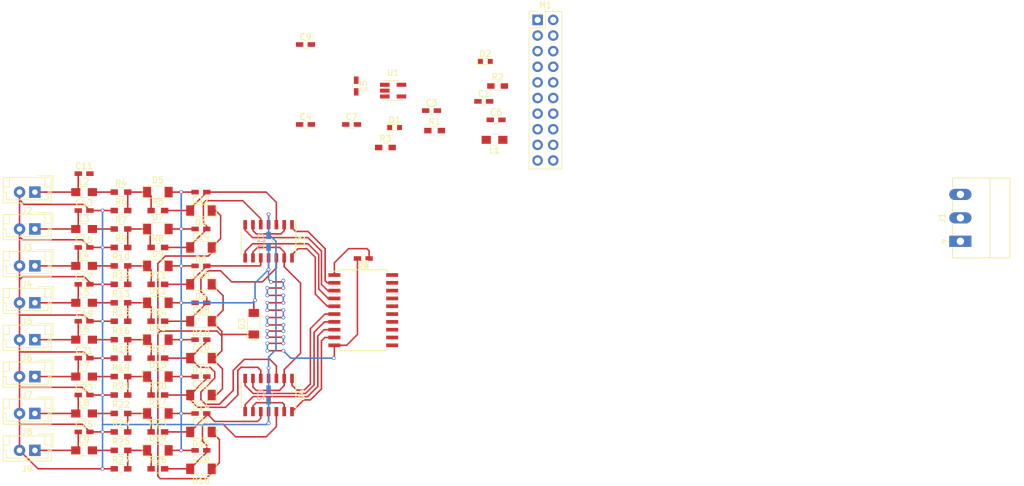
<source format=kicad_pcb>
(kicad_pcb (version 4) (host pcbnew 4.0.6)
  (layers (0 F.Cu signal) (31 B.Cu signal) (34 B.Paste user) (35 F.Paste user) (36 B.SilkS user) (37 F.SilkS user) (38 B.Mask user) (39 F.Mask user) (44 Edge.Cuts user))
  (net 0 "")
  (net 1 VDD)
  (net 2 GND)
  (net 3 +5V)
  (net 4 "Net-(C6-Pad1)")
  (net 5 /input_group0/Vref)
  (net 6 "Net-(C11-Pad1)")
  (net 7 "Net-(C12-Pad1)")
  (net 8 "Net-(C13-Pad1)")
  (net 9 "Net-(C14-Pad1)")
  (net 10 "Net-(C15-Pad1)")
  (net 11 "Net-(C16-Pad1)")
  (net 12 "Net-(C17-Pad1)")
  (net 13 "Net-(C18-Pad1)")
  (net 14 "Net-(C19-Pad1)")
  (net 15 "Net-(C20-Pad1)")
  (net 16 "Net-(C21-Pad1)")
  (net 17 "Net-(C22-Pad1)")
  (net 18 "Net-(C23-Pad1)")
  (net 19 "Net-(C24-Pad1)")
  (net 20 "Net-(C25-Pad1)")
  (net 21 "Net-(C26-Pad1)")
  (net 22 "Net-(D1-Pad1)")
  (net 23 "Net-(D2-Pad1)")
  (net 24 VCOM)
  (net 25 "Net-(D5-Pad1)")
  (net 26 "Net-(D7-Pad1)")
  (net 27 "Net-(D9-Pad1)")
  (net 28 "Net-(D11-Pad1)")
  (net 29 "Net-(D13-Pad1)")
  (net 30 "Net-(D15-Pad1)")
  (net 31 "Net-(D17-Pad1)")
  (net 32 "Net-(D19-Pad1)")
  (net 33 "Net-(L1-Pad2)")
  (net 34 "Net-(L2-Pad2)")
  (net 35 "Net-(L3-Pad2)")
  (net 36 "Net-(L4-Pad2)")
  (net 37 "Net-(L5-Pad2)")
  (net 38 "Net-(L6-Pad2)")
  (net 39 "Net-(L7-Pad2)")
  (net 40 "Net-(L8-Pad2)")
  (net 41 "Net-(L9-Pad2)")
  (net 42 /EN1)
  (net 43 /TX)
  (net 44 /RX)
  (net 45 "Net-(M1-Pad4)")
  (net 46 /LED1)
  (net 47 /EN2)
  (net 48 /THR_PWM)
  (net 49 /LED2)
  (net 50 /D7)
  (net 51 /D6)
  (net 52 /D5)
  (net 53 /D4)
  (net 54 /D3)
  (net 55 /D2)
  (net 56 /D1)
  (net 57 /D0)
  (net 58 /LED_OUT)
  (net 59 "Net-(U1-Pad1)")
  (net 60 /input_group0/sheet5AD30D18/OUT)
  (net 61 /input_group0/sheet5AD30D19/OUT)
  (net 62 /input_group0/sheet5AD30D1A/OUT)
  (net 63 /input_group0/sheet5AD30D1B/OUT)
  (net 64 /input_group0/sheet5AD30D1C/OUT)
  (net 65 /input_group0/sheet5AD30D1D/OUT)
  (net 66 /input_group0/sheet5AD30D1E/OUT)
  (net 67 /input_group0/sheet5AD30D1F/OUT)
  (net 68 VCC)
  (module Capacitors_SMD:C_0603_HandSoldering (layer F.Cu) (at 140 37.25)
    (fp_text reference C1 (at 0 -1.25) (layer F.SilkS))
    (fp_text value 10u)
    (pad 1 smd rect (at -0.95 0) (size 1.2 0.75) (layers F.Cu F.Paste F.Mask) (net 1 VDD))
    (pad 2 smd rect (at 0.95 0) (size 1.2 0.75) (layers F.Cu F.Paste F.Mask) (net 2 GND))
  )
  (module Capacitors_SMD:C_0603_HandSoldering (layer B.Cu) (at 105 85 270)
    (fp_text reference C2 (at 0 1.25 270) (layer B.SilkS) (effects (justify mirror)))
    (fp_text value 100n)
    (pad 1 smd rect (at -0.95 0 270) (size 1.2 0.75) (layers B.Cu B.Paste B.Mask) (net 1 VDD))
    (pad 2 smd rect (at 0.95 0 270) (size 1.2 0.75) (layers B.Cu B.Paste B.Mask) (net 2 GND))
  )
  (module Capacitors_SMD:C_0603_HandSoldering (layer F.Cu) (at 131.5 38.75)
    (fp_text reference C3 (at 0 -1.25) (layer F.SilkS))
    (fp_text value 100n)
    (pad 1 smd rect (at -0.95 0) (size 1.2 0.75) (layers F.Cu F.Paste F.Mask) (net 1 VDD))
    (pad 2 smd rect (at 0.95 0) (size 1.2 0.75) (layers F.Cu F.Paste F.Mask) (net 2 GND))
  )
  (module Capacitors_SMD:C_0603_HandSoldering (layer F.Cu) (at 111 41)
    (fp_text reference C4 (at 0 -1.25) (layer F.SilkS))
    (fp_text value 10u)
    (pad 1 smd rect (at -0.95 0) (size 1.2 0.75) (layers F.Cu F.Paste F.Mask) (net 3 +5V))
    (pad 2 smd rect (at 0.95 0) (size 1.2 0.75) (layers F.Cu F.Paste F.Mask) (net 2 GND))
  )
  (module Capacitors_SMD:C_0603_HandSoldering (layer F.Cu) (at 119.25 34.75 270)
    (fp_text reference C5 (at 0 -1.25 270) (layer F.SilkS))
    (fp_text value 1000u)
    (pad 1 smd rect (at -0.95 0 270) (size 1.2 0.75) (layers F.Cu F.Paste F.Mask) (net 3 +5V))
    (pad 2 smd rect (at 0.95 0 270) (size 1.2 0.75) (layers F.Cu F.Paste F.Mask) (net 2 GND))
  )
  (module Capacitors_SMD:C_0603_HandSoldering (layer F.Cu) (at 142 40.25)
    (fp_text reference C6 (at 0 -1.25) (layer F.SilkS))
    (fp_text value 10p)
    (pad 1 smd rect (at -0.95 0) (size 1.2 0.75) (layers F.Cu F.Paste F.Mask) (net 4 "Net-(C6-Pad1)"))
    (pad 2 smd rect (at 0.95 0) (size 1.2 0.75) (layers F.Cu F.Paste F.Mask) (net 2 GND))
  )
  (module Capacitors_SMD:C_0603_HandSoldering (layer F.Cu) (at 118.5 41)
    (fp_text reference C7 (at 0 -1.25) (layer F.SilkS))
    (fp_text value 10n)
    (pad 1 smd rect (at -0.95 0) (size 1.2 0.75) (layers F.Cu F.Paste F.Mask) (net 5 /input_group0/Vref))
    (pad 2 smd rect (at 0.95 0) (size 1.2 0.75) (layers F.Cu F.Paste F.Mask) (net 2 GND))
  )
  (module Capacitors_SMD:C_0603_HandSoldering (layer F.Cu) (at 120.4 62.8 180)
    (fp_text reference C8 (at 0 -1.25 180) (layer F.SilkS))
    (fp_text value 100n)
    (pad 1 smd rect (at -0.95 0 180) (size 1.2 0.75) (layers F.Cu F.Paste F.Mask) (net 1 VDD))
    (pad 2 smd rect (at 0.95 0 180) (size 1.2 0.75) (layers F.Cu F.Paste F.Mask) (net 2 GND))
  )
  (module Capacitors_SMD:C_0603_HandSoldering (layer F.Cu) (at 111 28)
    (fp_text reference C9 (at 0 -1.25) (layer F.SilkS))
    (fp_text value 100n)
    (pad 1 smd rect (at -0.95 0) (size 1.2 0.75) (layers F.Cu F.Paste F.Mask) (net 1 VDD))
    (pad 2 smd rect (at 0.95 0) (size 1.2 0.75) (layers F.Cu F.Paste F.Mask) (net 2 GND))
  )
  (module Capacitors_SMD:C_0603_HandSoldering (layer B.Cu) (at 105 60 270)
    (fp_text reference C10 (at 0 1.25 270) (layer B.SilkS) (effects (justify mirror)))
    (fp_text value 100n)
    (pad 1 smd rect (at -0.95 0 270) (size 1.2 0.75) (layers B.Cu B.Paste B.Mask) (net 1 VDD))
    (pad 2 smd rect (at 0.95 0 270) (size 1.2 0.75) (layers B.Cu B.Paste B.Mask) (net 2 GND))
  )
  (module Capacitors_SMD:C_0603_HandSoldering (layer F.Cu) (at 75 49)
    (fp_text reference C11 (at 0 -1.25) (layer F.SilkS))
    (fp_text value 47n)
    (pad 1 smd rect (at -0.95 0) (size 1.2 0.75) (layers F.Cu F.Paste F.Mask) (net 6 "Net-(C11-Pad1)"))
    (pad 2 smd rect (at 0.95 0) (size 1.2 0.75) (layers F.Cu F.Paste F.Mask) (net 2 GND))
  )
  (module Capacitors_SMD:C_0603_HandSoldering (layer F.Cu) (at 94 52 180)
    (fp_text reference C12 (at 0 -1.25 180) (layer F.SilkS))
    (fp_text value 47n)
    (pad 1 smd rect (at -0.95 0 180) (size 1.2 0.75) (layers F.Cu F.Paste F.Mask) (net 7 "Net-(C12-Pad1)"))
    (pad 2 smd rect (at 0.95 0 180) (size 1.2 0.75) (layers F.Cu F.Paste F.Mask) (net 2 GND))
  )
  (module Capacitors_SMD:C_0603_HandSoldering (layer F.Cu) (at 75 55)
    (fp_text reference C13 (at 0 -1.25) (layer F.SilkS))
    (fp_text value 47n)
    (pad 1 smd rect (at -0.95 0) (size 1.2 0.75) (layers F.Cu F.Paste F.Mask) (net 8 "Net-(C13-Pad1)"))
    (pad 2 smd rect (at 0.95 0) (size 1.2 0.75) (layers F.Cu F.Paste F.Mask) (net 2 GND))
  )
  (module Capacitors_SMD:C_0603_HandSoldering (layer F.Cu) (at 94 58 180)
    (fp_text reference C14 (at 0 -1.25 180) (layer F.SilkS))
    (fp_text value 47n)
    (pad 1 smd rect (at -0.95 0 180) (size 1.2 0.75) (layers F.Cu F.Paste F.Mask) (net 9 "Net-(C14-Pad1)"))
    (pad 2 smd rect (at 0.95 0 180) (size 1.2 0.75) (layers F.Cu F.Paste F.Mask) (net 2 GND))
  )
  (module Capacitors_SMD:C_0603_HandSoldering (layer F.Cu) (at 75 61)
    (fp_text reference C15 (at 0 -1.25) (layer F.SilkS))
    (fp_text value 47n)
    (pad 1 smd rect (at -0.95 0) (size 1.2 0.75) (layers F.Cu F.Paste F.Mask) (net 10 "Net-(C15-Pad1)"))
    (pad 2 smd rect (at 0.95 0) (size 1.2 0.75) (layers F.Cu F.Paste F.Mask) (net 2 GND))
  )
  (module Capacitors_SMD:C_0603_HandSoldering (layer F.Cu) (at 94 64 180)
    (fp_text reference C16 (at 0 -1.25 180) (layer F.SilkS))
    (fp_text value 47n)
    (pad 1 smd rect (at -0.95 0 180) (size 1.2 0.75) (layers F.Cu F.Paste F.Mask) (net 11 "Net-(C16-Pad1)"))
    (pad 2 smd rect (at 0.95 0 180) (size 1.2 0.75) (layers F.Cu F.Paste F.Mask) (net 2 GND))
  )
  (module Capacitors_SMD:C_0603_HandSoldering (layer F.Cu) (at 75 67)
    (fp_text reference C17 (at 0 -1.25) (layer F.SilkS))
    (fp_text value 47n)
    (pad 1 smd rect (at -0.95 0) (size 1.2 0.75) (layers F.Cu F.Paste F.Mask) (net 12 "Net-(C17-Pad1)"))
    (pad 2 smd rect (at 0.95 0) (size 1.2 0.75) (layers F.Cu F.Paste F.Mask) (net 2 GND))
  )
  (module Capacitors_SMD:C_0603_HandSoldering (layer F.Cu) (at 94 70 180)
    (fp_text reference C18 (at 0 -1.25 180) (layer F.SilkS))
    (fp_text value 47n)
    (pad 1 smd rect (at -0.95 0 180) (size 1.2 0.75) (layers F.Cu F.Paste F.Mask) (net 13 "Net-(C18-Pad1)"))
    (pad 2 smd rect (at 0.95 0 180) (size 1.2 0.75) (layers F.Cu F.Paste F.Mask) (net 2 GND))
  )
  (module Capacitors_SMD:C_0603_HandSoldering (layer F.Cu) (at 75 73)
    (fp_text reference C19 (at 0 -1.25) (layer F.SilkS))
    (fp_text value 47n)
    (pad 1 smd rect (at -0.95 0) (size 1.2 0.75) (layers F.Cu F.Paste F.Mask) (net 14 "Net-(C19-Pad1)"))
    (pad 2 smd rect (at 0.95 0) (size 1.2 0.75) (layers F.Cu F.Paste F.Mask) (net 2 GND))
  )
  (module Capacitors_SMD:C_0603_HandSoldering (layer F.Cu) (at 94 76 180)
    (fp_text reference C20 (at 0 -1.25 180) (layer F.SilkS))
    (fp_text value 47n)
    (pad 1 smd rect (at -0.95 0 180) (size 1.2 0.75) (layers F.Cu F.Paste F.Mask) (net 15 "Net-(C20-Pad1)"))
    (pad 2 smd rect (at 0.95 0 180) (size 1.2 0.75) (layers F.Cu F.Paste F.Mask) (net 2 GND))
  )
  (module Capacitors_SMD:C_0603_HandSoldering (layer F.Cu) (at 75 79)
    (fp_text reference C21 (at 0 -1.25) (layer F.SilkS))
    (fp_text value 47n)
    (pad 1 smd rect (at -0.95 0) (size 1.2 0.75) (layers F.Cu F.Paste F.Mask) (net 16 "Net-(C21-Pad1)"))
    (pad 2 smd rect (at 0.95 0) (size 1.2 0.75) (layers F.Cu F.Paste F.Mask) (net 2 GND))
  )
  (module Capacitors_SMD:C_0603_HandSoldering (layer F.Cu) (at 94 82 180)
    (fp_text reference C22 (at 0 -1.25 180) (layer F.SilkS))
    (fp_text value 47n)
    (pad 1 smd rect (at -0.95 0 180) (size 1.2 0.75) (layers F.Cu F.Paste F.Mask) (net 17 "Net-(C22-Pad1)"))
    (pad 2 smd rect (at 0.95 0 180) (size 1.2 0.75) (layers F.Cu F.Paste F.Mask) (net 2 GND))
  )
  (module Capacitors_SMD:C_0603_HandSoldering (layer F.Cu) (at 75 85)
    (fp_text reference C23 (at 0 -1.25) (layer F.SilkS))
    (fp_text value 47n)
    (pad 1 smd rect (at -0.95 0) (size 1.2 0.75) (layers F.Cu F.Paste F.Mask) (net 18 "Net-(C23-Pad1)"))
    (pad 2 smd rect (at 0.95 0) (size 1.2 0.75) (layers F.Cu F.Paste F.Mask) (net 2 GND))
  )
  (module Capacitors_SMD:C_0603_HandSoldering (layer F.Cu) (at 94 88 180)
    (fp_text reference C24 (at 0 -1.25 180) (layer F.SilkS))
    (fp_text value 47n)
    (pad 1 smd rect (at -0.95 0 180) (size 1.2 0.75) (layers F.Cu F.Paste F.Mask) (net 19 "Net-(C24-Pad1)"))
    (pad 2 smd rect (at 0.95 0 180) (size 1.2 0.75) (layers F.Cu F.Paste F.Mask) (net 2 GND))
  )
  (module Capacitors_SMD:C_0603_HandSoldering (layer F.Cu) (at 75 91)
    (fp_text reference C25 (at 0 -1.25) (layer F.SilkS))
    (fp_text value 47n)
    (pad 1 smd rect (at -0.95 0) (size 1.2 0.75) (layers F.Cu F.Paste F.Mask) (net 20 "Net-(C25-Pad1)"))
    (pad 2 smd rect (at 0.95 0) (size 1.2 0.75) (layers F.Cu F.Paste F.Mask) (net 2 GND))
  )
  (module Capacitors_SMD:C_0603_HandSoldering (layer F.Cu) (at 94 94 180)
    (fp_text reference C26 (at 0 -1.25 180) (layer F.SilkS))
    (fp_text value 47n)
    (pad 1 smd rect (at -0.95 0 180) (size 1.2 0.75) (layers F.Cu F.Paste F.Mask) (net 21 "Net-(C26-Pad1)"))
    (pad 2 smd rect (at 0.95 0 180) (size 1.2 0.75) (layers F.Cu F.Paste F.Mask) (net 2 GND))
  )
  (module LEDs:LED_0603 (layer F.Cu) (at 125.5 41.5)
    (fp_text reference D1 (at 0 -1.25) (layer F.SilkS))
    (fp_text value "LED1 (gn)")
    (pad 2 smd rect (at 0.8 0 180) (size 0.8 0.8) (layers F.Cu F.Paste F.Mask) (net 1 VDD))
    (pad 1 smd rect (at -0.8 0 180) (size 0.8 0.8) (layers F.Cu F.Paste F.Mask) (net 22 "Net-(D1-Pad1)"))
  )
  (module LEDs:LED_0603 (layer F.Cu) (at 140.25 30.75)
    (fp_text reference D2 (at 0 -1.25) (layer F.SilkS))
    (fp_text value "LED2 (rd)")
    (pad 2 smd rect (at 0.8 0 180) (size 0.8 0.8) (layers F.Cu F.Paste F.Mask) (net 1 VDD))
    (pad 1 smd rect (at -0.8 0 180) (size 0.8 0.8) (layers F.Cu F.Paste F.Mask) (net 23 "Net-(D2-Pad1)"))
  )
  (module Connectors_Phoenix:PhoenixContact_MC-G_03x3.81mm_Angled (layer F.Cu) (at 217.5 60 90)
    (fp_text reference J1 (at 3.81 -3 90) (layer F.SilkS))
    (fp_text value Screw_Terminal_1x03)
    (pad 1 thru_hole rect (at 0 0 90) (size 1.8 3.6) (drill 1.2) (layers *.Cu *.Mask) (net 2 GND))
    (pad 2 thru_hole oval (at 3.81 0 90) (size 1.8 3.6) (drill 1.2) (layers *.Cu *.Mask) (net 4 "Net-(C6-Pad1)"))
    (pad 3 thru_hole oval (at 7.62 0 90) (size 1.8 3.6) (drill 1.2) (layers *.Cu *.Mask) (net 3 +5V))
  )
  (module Connectors_JST:JST_EH_B02B-EH-A_02x2.50mm_Straight (layer F.Cu) (at 67 52 180)
    (fp_text reference J2 (at 1.25 -3 180) (layer F.SilkS))
    (fp_text value IN)
    (pad 1 thru_hole rect (at 0 0 180) (size 1.85 1.85) (drill 0.9) (layers *.Cu *.Mask) (net 6 "Net-(C11-Pad1)"))
    (pad 2 thru_hole circle (at 2.5 0 180) (size 1.85 1.85) (drill 0.9) (layers *.Cu *.Mask) (net 2 GND))
  )
  (module Connectors_JST:JST_EH_B02B-EH-A_02x2.50mm_Straight (layer F.Cu) (at 67 58 180)
    (fp_text reference J3 (at 1.25 -3 180) (layer F.SilkS))
    (fp_text value IN)
    (pad 1 thru_hole rect (at 0 0 180) (size 1.85 1.85) (drill 0.9) (layers *.Cu *.Mask) (net 8 "Net-(C13-Pad1)"))
    (pad 2 thru_hole circle (at 2.5 0 180) (size 1.85 1.85) (drill 0.9) (layers *.Cu *.Mask) (net 2 GND))
  )
  (module Connectors_JST:JST_EH_B02B-EH-A_02x2.50mm_Straight (layer F.Cu) (at 67 64 180)
    (fp_text reference J4 (at 1.25 -3 180) (layer F.SilkS))
    (fp_text value IN)
    (pad 1 thru_hole rect (at 0 0 180) (size 1.85 1.85) (drill 0.9) (layers *.Cu *.Mask) (net 10 "Net-(C15-Pad1)"))
    (pad 2 thru_hole circle (at 2.5 0 180) (size 1.85 1.85) (drill 0.9) (layers *.Cu *.Mask) (net 2 GND))
  )
  (module Connectors_JST:JST_EH_B02B-EH-A_02x2.50mm_Straight (layer F.Cu) (at 67 70 180)
    (fp_text reference J5 (at 1.25 -3 180) (layer F.SilkS))
    (fp_text value IN)
    (pad 1 thru_hole rect (at 0 0 180) (size 1.85 1.85) (drill 0.9) (layers *.Cu *.Mask) (net 12 "Net-(C17-Pad1)"))
    (pad 2 thru_hole circle (at 2.5 0 180) (size 1.85 1.85) (drill 0.9) (layers *.Cu *.Mask) (net 2 GND))
  )
  (module Connectors_JST:JST_EH_B02B-EH-A_02x2.50mm_Straight (layer F.Cu) (at 67 76 180)
    (fp_text reference J6 (at 1.25 -3 180) (layer F.SilkS))
    (fp_text value IN)
    (pad 1 thru_hole rect (at 0 0 180) (size 1.85 1.85) (drill 0.9) (layers *.Cu *.Mask) (net 14 "Net-(C19-Pad1)"))
    (pad 2 thru_hole circle (at 2.5 0 180) (size 1.85 1.85) (drill 0.9) (layers *.Cu *.Mask) (net 2 GND))
  )
  (module Connectors_JST:JST_EH_B02B-EH-A_02x2.50mm_Straight (layer F.Cu) (at 67 82 180)
    (fp_text reference J7 (at 1.25 -3 180) (layer F.SilkS))
    (fp_text value IN)
    (pad 1 thru_hole rect (at 0 0 180) (size 1.85 1.85) (drill 0.9) (layers *.Cu *.Mask) (net 16 "Net-(C21-Pad1)"))
    (pad 2 thru_hole circle (at 2.5 0 180) (size 1.85 1.85) (drill 0.9) (layers *.Cu *.Mask) (net 2 GND))
  )
  (module Connectors_JST:JST_EH_B02B-EH-A_02x2.50mm_Straight (layer F.Cu) (at 67 88 180)
    (fp_text reference J8 (at 1.25 -3 180) (layer F.SilkS))
    (fp_text value IN)
    (pad 1 thru_hole rect (at 0 0 180) (size 1.85 1.85) (drill 0.9) (layers *.Cu *.Mask) (net 18 "Net-(C23-Pad1)"))
    (pad 2 thru_hole circle (at 2.5 0 180) (size 1.85 1.85) (drill 0.9) (layers *.Cu *.Mask) (net 2 GND))
  )
  (module Connectors_JST:JST_EH_B02B-EH-A_02x2.50mm_Straight (layer F.Cu) (at 67 94 180)
    (fp_text reference J9 (at 1.25 -3 180) (layer F.SilkS))
    (fp_text value IN)
    (pad 1 thru_hole rect (at 0 0 180) (size 1.85 1.85) (drill 0.9) (layers *.Cu *.Mask) (net 20 "Net-(C25-Pad1)"))
    (pad 2 thru_hole circle (at 2.5 0 180) (size 1.85 1.85) (drill 0.9) (layers *.Cu *.Mask) (net 2 GND))
  )
  (module Resistors_SMD:R_0805_HandSoldering (layer F.Cu) (at 141.75 43.5 180)
    (fp_text reference L1 (at 0 -1.7 180) (layer F.SilkS))
    (fp_text value Ferrite_Bead_Small)
    (pad 1 smd rect (at -1.35 0 180) (size 1.5 1.3) (layers F.Cu F.Paste F.Mask) (net 4 "Net-(C6-Pad1)"))
    (pad 2 smd rect (at 1.35 0 180) (size 1.5 1.3) (layers F.Cu F.Paste F.Mask) (net 33 "Net-(L1-Pad2)"))
  )
  (module Resistors_SMD:R_0805_HandSoldering (layer F.Cu) (at 75 52)
    (fp_text reference L2 (at 0 -1.7) (layer F.SilkS))
    (fp_text value Ferrite_Bead_Small)
    (pad 1 smd rect (at -1.35 0) (size 1.5 1.3) (layers F.Cu F.Paste F.Mask) (net 6 "Net-(C11-Pad1)"))
    (pad 2 smd rect (at 1.35 0) (size 1.5 1.3) (layers F.Cu F.Paste F.Mask) (net 34 "Net-(L2-Pad2)"))
  )
  (module Resistors_SMD:R_0805_HandSoldering (layer F.Cu) (at 75 58)
    (fp_text reference L3 (at 0 -1.7) (layer F.SilkS))
    (fp_text value Ferrite_Bead_Small)
    (pad 1 smd rect (at -1.35 0) (size 1.5 1.3) (layers F.Cu F.Paste F.Mask) (net 8 "Net-(C13-Pad1)"))
    (pad 2 smd rect (at 1.35 0) (size 1.5 1.3) (layers F.Cu F.Paste F.Mask) (net 35 "Net-(L3-Pad2)"))
  )
  (module Resistors_SMD:R_0805_HandSoldering (layer F.Cu) (at 75 64)
    (fp_text reference L4 (at 0 -1.7) (layer F.SilkS))
    (fp_text value Ferrite_Bead_Small)
    (pad 1 smd rect (at -1.35 0) (size 1.5 1.3) (layers F.Cu F.Paste F.Mask) (net 10 "Net-(C15-Pad1)"))
    (pad 2 smd rect (at 1.35 0) (size 1.5 1.3) (layers F.Cu F.Paste F.Mask) (net 36 "Net-(L4-Pad2)"))
  )
  (module Resistors_SMD:R_0805_HandSoldering (layer F.Cu) (at 75 70)
    (fp_text reference L5 (at 0 -1.7) (layer F.SilkS))
    (fp_text value Ferrite_Bead_Small)
    (pad 1 smd rect (at -1.35 0) (size 1.5 1.3) (layers F.Cu F.Paste F.Mask) (net 12 "Net-(C17-Pad1)"))
    (pad 2 smd rect (at 1.35 0) (size 1.5 1.3) (layers F.Cu F.Paste F.Mask) (net 37 "Net-(L5-Pad2)"))
  )
  (module Resistors_SMD:R_0805_HandSoldering (layer F.Cu) (at 75 76)
    (fp_text reference L6 (at 0 -1.7) (layer F.SilkS))
    (fp_text value Ferrite_Bead_Small)
    (pad 1 smd rect (at -1.35 0) (size 1.5 1.3) (layers F.Cu F.Paste F.Mask) (net 14 "Net-(C19-Pad1)"))
    (pad 2 smd rect (at 1.35 0) (size 1.5 1.3) (layers F.Cu F.Paste F.Mask) (net 38 "Net-(L6-Pad2)"))
  )
  (module Resistors_SMD:R_0805_HandSoldering (layer F.Cu) (at 75 82)
    (fp_text reference L7 (at 0 -1.7) (layer F.SilkS))
    (fp_text value Ferrite_Bead_Small)
    (pad 1 smd rect (at -1.35 0) (size 1.5 1.3) (layers F.Cu F.Paste F.Mask) (net 16 "Net-(C21-Pad1)"))
    (pad 2 smd rect (at 1.35 0) (size 1.5 1.3) (layers F.Cu F.Paste F.Mask) (net 39 "Net-(L7-Pad2)"))
  )
  (module Resistors_SMD:R_0805_HandSoldering (layer F.Cu) (at 75 88)
    (fp_text reference L8 (at 0 -1.7) (layer F.SilkS))
    (fp_text value Ferrite_Bead_Small)
    (pad 1 smd rect (at -1.35 0) (size 1.5 1.3) (layers F.Cu F.Paste F.Mask) (net 18 "Net-(C23-Pad1)"))
    (pad 2 smd rect (at 1.35 0) (size 1.5 1.3) (layers F.Cu F.Paste F.Mask) (net 40 "Net-(L8-Pad2)"))
  )
  (module Resistors_SMD:R_0805_HandSoldering (layer F.Cu) (at 75 94)
    (fp_text reference L9 (at 0 -1.7) (layer F.SilkS))
    (fp_text value Ferrite_Bead_Small)
    (pad 1 smd rect (at -1.35 0) (size 1.5 1.3) (layers F.Cu F.Paste F.Mask) (net 20 "Net-(C25-Pad1)"))
    (pad 2 smd rect (at 1.35 0) (size 1.5 1.3) (layers F.Cu F.Paste F.Mask) (net 41 "Net-(L9-Pad2)"))
  )
  (module Pin_Headers:Pin_Header_Straight_2x10_Pitch2.54mm (layer F.Cu) (at 148.75 24)
    (fp_text reference M1 (at 1.27 -2.39) (layer F.SilkS))
    (fp_text value BLUEPILL_STM8S103F3)
    (pad 1 thru_hole rect (at 0 0) (size 1.7 1.7) (drill 1) (layers *.Cu *.Mask) (net 42 /EN1))
    (pad 2 thru_hole oval (at 2.54 0) (size 1.7 1.7) (drill 1) (layers *.Cu *.Mask) (net 43 /TX))
    (pad 3 thru_hole oval (at 0 2.54) (size 1.7 1.7) (drill 1) (layers *.Cu *.Mask) (net 44 /RX))
    (pad 4 thru_hole oval (at 2.54 2.54) (size 1.7 1.7) (drill 1) (layers *.Cu *.Mask) (net 45 "Net-(M1-Pad4)"))
    (pad 5 thru_hole oval (at 0 5.08) (size 1.7 1.7) (drill 1) (layers *.Cu *.Mask) (net 46 /LED1))
    (pad 6 thru_hole oval (at 2.54 5.08) (size 1.7 1.7) (drill 1) (layers *.Cu *.Mask) (net 47 /EN2))
    (pad 7 thru_hole oval (at 0 7.62) (size 1.7 1.7) (drill 1) (layers *.Cu *.Mask) (net 2 GND))
    (pad 8 thru_hole oval (at 2.54 7.62) (size 1.7 1.7) (drill 1) (layers *.Cu *.Mask) (net 3 +5V))
    (pad 9 thru_hole oval (at 0 10.16) (size 1.7 1.7) (drill 1) (layers *.Cu *.Mask) (net 1 VDD))
    (pad 10 thru_hole oval (at 2.54 10.16) (size 1.7 1.7) (drill 1) (layers *.Cu *.Mask) (net 48 /THR_PWM))
    (pad 11 thru_hole oval (at 0 12.7) (size 1.7 1.7) (drill 1) (layers *.Cu *.Mask) (net 49 /LED2))
    (pad 12 thru_hole oval (at 2.54 12.7) (size 1.7 1.7) (drill 1) (layers *.Cu *.Mask) (net 50 /D7))
    (pad 13 thru_hole oval (at 0 15.24) (size 1.7 1.7) (drill 1) (layers *.Cu *.Mask) (net 51 /D6))
    (pad 14 thru_hole oval (at 2.54 15.24) (size 1.7 1.7) (drill 1) (layers *.Cu *.Mask) (net 52 /D5))
    (pad 15 thru_hole oval (at 0 17.78) (size 1.7 1.7) (drill 1) (layers *.Cu *.Mask) (net 53 /D4))
    (pad 16 thru_hole oval (at 2.54 17.78) (size 1.7 1.7) (drill 1) (layers *.Cu *.Mask) (net 54 /D3))
    (pad 17 thru_hole oval (at 0 20.32) (size 1.7 1.7) (drill 1) (layers *.Cu *.Mask) (net 55 /D2))
    (pad 18 thru_hole oval (at 2.54 20.32) (size 1.7 1.7) (drill 1) (layers *.Cu *.Mask) (net 56 /D1))
    (pad 19 thru_hole oval (at 0 22.86) (size 1.7 1.7) (drill 1) (layers *.Cu *.Mask) (net 57 /D0))
    (pad 20 thru_hole oval (at 2.54 22.86) (size 1.7 1.7) (drill 1) (layers *.Cu *.Mask) (net 58 /LED_OUT))
  )
  (module Resistors_SMD:R_0603_HandSoldering (layer F.Cu) (at 132 42)
    (fp_text reference R1 (at 0 -1.45) (layer F.SilkS))
    (fp_text value 100)
    (pad 1 smd rect (at -1.1 0) (size 1.2 0.9) (layers F.Cu F.Paste F.Mask) (net 22 "Net-(D1-Pad1)"))
    (pad 2 smd rect (at 1.1 0) (size 1.2 0.9) (layers F.Cu F.Paste F.Mask) (net 46 /LED1))
  )
  (module Resistors_SMD:R_0603_HandSoldering (layer F.Cu) (at 142.25 34.75)
    (fp_text reference R2 (at 0 -1.45) (layer F.SilkS))
    (fp_text value 120)
    (pad 1 smd rect (at -1.1 0) (size 1.2 0.9) (layers F.Cu F.Paste F.Mask) (net 23 "Net-(D2-Pad1)"))
    (pad 2 smd rect (at 1.1 0) (size 1.2 0.9) (layers F.Cu F.Paste F.Mask) (net 49 /LED2))
  )
  (module Resistors_SMD:R_0603_HandSoldering (layer F.Cu) (at 124 44.75)
    (fp_text reference R3 (at 0 -1.45) (layer F.SilkS))
    (fp_text value 4k7)
    (pad 1 smd rect (at -1.1 0) (size 1.2 0.9) (layers F.Cu F.Paste F.Mask) (net 48 /THR_PWM))
    (pad 2 smd rect (at 1.1 0) (size 1.2 0.9) (layers F.Cu F.Paste F.Mask) (net 5 /input_group0/Vref))
  )
  (module Resistors_SMD:R_0603_HandSoldering (layer F.Cu) (at 81 52)
    (fp_text reference R4 (at 0 -1.45) (layer F.SilkS))
    (fp_text value 22k)
    (pad 1 smd rect (at -1.1 0) (size 1.2 0.9) (layers F.Cu F.Paste F.Mask) (net 34 "Net-(L2-Pad2)"))
    (pad 2 smd rect (at 1.1 0) (size 1.2 0.9) (layers F.Cu F.Paste F.Mask) (net 25 "Net-(D5-Pad1)"))
  )
  (module Resistors_SMD:R_0603_HandSoldering (layer F.Cu) (at 87 55)
    (fp_text reference R5 (at 0 -1.45) (layer F.SilkS))
    (fp_text value 47k)
    (pad 1 smd rect (at -1.1 0) (size 1.2 0.9) (layers F.Cu F.Paste F.Mask) (net 25 "Net-(D5-Pad1)"))
    (pad 2 smd rect (at 1.1 0) (size 1.2 0.9) (layers F.Cu F.Paste F.Mask) (net 7 "Net-(C12-Pad1)"))
  )
  (module Resistors_SMD:R_0603_HandSoldering (layer F.Cu) (at 81 55)
    (fp_text reference R6 (at 0 -1.45) (layer F.SilkS))
    (fp_text value 4k7)
    (pad 1 smd rect (at -1.1 0) (size 1.2 0.9) (layers F.Cu F.Paste F.Mask) (net 2 GND))
    (pad 2 smd rect (at 1.1 0) (size 1.2 0.9) (layers F.Cu F.Paste F.Mask) (net 25 "Net-(D5-Pad1)"))
  )
  (module Resistors_SMD:R_0603_HandSoldering (layer F.Cu) (at 81 58)
    (fp_text reference R7 (at 0 -1.45) (layer F.SilkS))
    (fp_text value 22k)
    (pad 1 smd rect (at -1.1 0) (size 1.2 0.9) (layers F.Cu F.Paste F.Mask) (net 35 "Net-(L3-Pad2)"))
    (pad 2 smd rect (at 1.1 0) (size 1.2 0.9) (layers F.Cu F.Paste F.Mask) (net 26 "Net-(D7-Pad1)"))
  )
  (module Resistors_SMD:R_0603_HandSoldering (layer F.Cu) (at 87 61)
    (fp_text reference R8 (at 0 -1.45) (layer F.SilkS))
    (fp_text value 47k)
    (pad 1 smd rect (at -1.1 0) (size 1.2 0.9) (layers F.Cu F.Paste F.Mask) (net 26 "Net-(D7-Pad1)"))
    (pad 2 smd rect (at 1.1 0) (size 1.2 0.9) (layers F.Cu F.Paste F.Mask) (net 9 "Net-(C14-Pad1)"))
  )
  (module Resistors_SMD:R_0603_HandSoldering (layer F.Cu) (at 81 61)
    (fp_text reference R9 (at 0 -1.45) (layer F.SilkS))
    (fp_text value 4k7)
    (pad 1 smd rect (at -1.1 0) (size 1.2 0.9) (layers F.Cu F.Paste F.Mask) (net 2 GND))
    (pad 2 smd rect (at 1.1 0) (size 1.2 0.9) (layers F.Cu F.Paste F.Mask) (net 26 "Net-(D7-Pad1)"))
  )
  (module Resistors_SMD:R_0603_HandSoldering (layer F.Cu) (at 81 64)
    (fp_text reference R10 (at 0 -1.45) (layer F.SilkS))
    (fp_text value 22k)
    (pad 1 smd rect (at -1.1 0) (size 1.2 0.9) (layers F.Cu F.Paste F.Mask) (net 36 "Net-(L4-Pad2)"))
    (pad 2 smd rect (at 1.1 0) (size 1.2 0.9) (layers F.Cu F.Paste F.Mask) (net 27 "Net-(D9-Pad1)"))
  )
  (module Resistors_SMD:R_0603_HandSoldering (layer F.Cu) (at 87 67)
    (fp_text reference R11 (at 0 -1.45) (layer F.SilkS))
    (fp_text value 47k)
    (pad 1 smd rect (at -1.1 0) (size 1.2 0.9) (layers F.Cu F.Paste F.Mask) (net 27 "Net-(D9-Pad1)"))
    (pad 2 smd rect (at 1.1 0) (size 1.2 0.9) (layers F.Cu F.Paste F.Mask) (net 11 "Net-(C16-Pad1)"))
  )
  (module Resistors_SMD:R_0603_HandSoldering (layer F.Cu) (at 81 67)
    (fp_text reference R12 (at 0 -1.45) (layer F.SilkS))
    (fp_text value 4k7)
    (pad 1 smd rect (at -1.1 0) (size 1.2 0.9) (layers F.Cu F.Paste F.Mask) (net 2 GND))
    (pad 2 smd rect (at 1.1 0) (size 1.2 0.9) (layers F.Cu F.Paste F.Mask) (net 27 "Net-(D9-Pad1)"))
  )
  (module Resistors_SMD:R_0603_HandSoldering (layer F.Cu) (at 81 70)
    (fp_text reference R13 (at 0 -1.45) (layer F.SilkS))
    (fp_text value 22k)
    (pad 1 smd rect (at -1.1 0) (size 1.2 0.9) (layers F.Cu F.Paste F.Mask) (net 37 "Net-(L5-Pad2)"))
    (pad 2 smd rect (at 1.1 0) (size 1.2 0.9) (layers F.Cu F.Paste F.Mask) (net 28 "Net-(D11-Pad1)"))
  )
  (module Resistors_SMD:R_0603_HandSoldering (layer F.Cu) (at 87 73)
    (fp_text reference R14 (at 0 -1.45) (layer F.SilkS))
    (fp_text value 47k)
    (pad 1 smd rect (at -1.1 0) (size 1.2 0.9) (layers F.Cu F.Paste F.Mask) (net 28 "Net-(D11-Pad1)"))
    (pad 2 smd rect (at 1.1 0) (size 1.2 0.9) (layers F.Cu F.Paste F.Mask) (net 13 "Net-(C18-Pad1)"))
  )
  (module Resistors_SMD:R_0603_HandSoldering (layer F.Cu) (at 81 73)
    (fp_text reference R15 (at 0 -1.45) (layer F.SilkS))
    (fp_text value 4k7)
    (pad 1 smd rect (at -1.1 0) (size 1.2 0.9) (layers F.Cu F.Paste F.Mask) (net 2 GND))
    (pad 2 smd rect (at 1.1 0) (size 1.2 0.9) (layers F.Cu F.Paste F.Mask) (net 28 "Net-(D11-Pad1)"))
  )
  (module Resistors_SMD:R_0603_HandSoldering (layer F.Cu) (at 81 76)
    (fp_text reference R16 (at 0 -1.45) (layer F.SilkS))
    (fp_text value 22k)
    (pad 1 smd rect (at -1.1 0) (size 1.2 0.9) (layers F.Cu F.Paste F.Mask) (net 38 "Net-(L6-Pad2)"))
    (pad 2 smd rect (at 1.1 0) (size 1.2 0.9) (layers F.Cu F.Paste F.Mask) (net 29 "Net-(D13-Pad1)"))
  )
  (module Resistors_SMD:R_0603_HandSoldering (layer F.Cu) (at 87 79)
    (fp_text reference R17 (at 0 -1.45) (layer F.SilkS))
    (fp_text value 47k)
    (pad 1 smd rect (at -1.1 0) (size 1.2 0.9) (layers F.Cu F.Paste F.Mask) (net 29 "Net-(D13-Pad1)"))
    (pad 2 smd rect (at 1.1 0) (size 1.2 0.9) (layers F.Cu F.Paste F.Mask) (net 15 "Net-(C20-Pad1)"))
  )
  (module Resistors_SMD:R_0603_HandSoldering (layer F.Cu) (at 81 79)
    (fp_text reference R18 (at 0 -1.45) (layer F.SilkS))
    (fp_text value 4k7)
    (pad 1 smd rect (at -1.1 0) (size 1.2 0.9) (layers F.Cu F.Paste F.Mask) (net 2 GND))
    (pad 2 smd rect (at 1.1 0) (size 1.2 0.9) (layers F.Cu F.Paste F.Mask) (net 29 "Net-(D13-Pad1)"))
  )
  (module Resistors_SMD:R_0603_HandSoldering (layer F.Cu) (at 81 82)
    (fp_text reference R19 (at 0 -1.45) (layer F.SilkS))
    (fp_text value 22k)
    (pad 1 smd rect (at -1.1 0) (size 1.2 0.9) (layers F.Cu F.Paste F.Mask) (net 39 "Net-(L7-Pad2)"))
    (pad 2 smd rect (at 1.1 0) (size 1.2 0.9) (layers F.Cu F.Paste F.Mask) (net 30 "Net-(D15-Pad1)"))
  )
  (module Resistors_SMD:R_0603_HandSoldering (layer F.Cu) (at 87 85)
    (fp_text reference R20 (at 0 -1.45) (layer F.SilkS))
    (fp_text value 47k)
    (pad 1 smd rect (at -1.1 0) (size 1.2 0.9) (layers F.Cu F.Paste F.Mask) (net 30 "Net-(D15-Pad1)"))
    (pad 2 smd rect (at 1.1 0) (size 1.2 0.9) (layers F.Cu F.Paste F.Mask) (net 17 "Net-(C22-Pad1)"))
  )
  (module Resistors_SMD:R_0603_HandSoldering (layer F.Cu) (at 81 85)
    (fp_text reference R21 (at 0 -1.45) (layer F.SilkS))
    (fp_text value 4k7)
    (pad 1 smd rect (at -1.1 0) (size 1.2 0.9) (layers F.Cu F.Paste F.Mask) (net 2 GND))
    (pad 2 smd rect (at 1.1 0) (size 1.2 0.9) (layers F.Cu F.Paste F.Mask) (net 30 "Net-(D15-Pad1)"))
  )
  (module Resistors_SMD:R_0603_HandSoldering (layer F.Cu) (at 81 88)
    (fp_text reference R22 (at 0 -1.45) (layer F.SilkS))
    (fp_text value 22k)
    (pad 1 smd rect (at -1.1 0) (size 1.2 0.9) (layers F.Cu F.Paste F.Mask) (net 40 "Net-(L8-Pad2)"))
    (pad 2 smd rect (at 1.1 0) (size 1.2 0.9) (layers F.Cu F.Paste F.Mask) (net 31 "Net-(D17-Pad1)"))
  )
  (module Resistors_SMD:R_0603_HandSoldering (layer F.Cu) (at 87 91)
    (fp_text reference R23 (at 0 -1.45) (layer F.SilkS))
    (fp_text value 47k)
    (pad 1 smd rect (at -1.1 0) (size 1.2 0.9) (layers F.Cu F.Paste F.Mask) (net 31 "Net-(D17-Pad1)"))
    (pad 2 smd rect (at 1.1 0) (size 1.2 0.9) (layers F.Cu F.Paste F.Mask) (net 19 "Net-(C24-Pad1)"))
  )
  (module Resistors_SMD:R_0603_HandSoldering (layer F.Cu) (at 81 91)
    (fp_text reference R24 (at 0 -1.45) (layer F.SilkS))
    (fp_text value 4k7)
    (pad 1 smd rect (at -1.1 0) (size 1.2 0.9) (layers F.Cu F.Paste F.Mask) (net 2 GND))
    (pad 2 smd rect (at 1.1 0) (size 1.2 0.9) (layers F.Cu F.Paste F.Mask) (net 31 "Net-(D17-Pad1)"))
  )
  (module Resistors_SMD:R_0603_HandSoldering (layer F.Cu) (at 81 94)
    (fp_text reference R25 (at 0 -1.45) (layer F.SilkS))
    (fp_text value 22k)
    (pad 1 smd rect (at -1.1 0) (size 1.2 0.9) (layers F.Cu F.Paste F.Mask) (net 41 "Net-(L9-Pad2)"))
    (pad 2 smd rect (at 1.1 0) (size 1.2 0.9) (layers F.Cu F.Paste F.Mask) (net 32 "Net-(D19-Pad1)"))
  )
  (module Resistors_SMD:R_0603_HandSoldering (layer F.Cu) (at 87 97)
    (fp_text reference R26 (at 0 -1.45) (layer F.SilkS))
    (fp_text value 47k)
    (pad 1 smd rect (at -1.1 0) (size 1.2 0.9) (layers F.Cu F.Paste F.Mask) (net 32 "Net-(D19-Pad1)"))
    (pad 2 smd rect (at 1.1 0) (size 1.2 0.9) (layers F.Cu F.Paste F.Mask) (net 21 "Net-(C26-Pad1)"))
  )
  (module Resistors_SMD:R_0603_HandSoldering (layer F.Cu) (at 81 97)
    (fp_text reference R27 (at 0 -1.45) (layer F.SilkS))
    (fp_text value 4k7)
    (pad 1 smd rect (at -1.1 0) (size 1.2 0.9) (layers F.Cu F.Paste F.Mask) (net 2 GND))
    (pad 2 smd rect (at 1.1 0) (size 1.2 0.9) (layers F.Cu F.Paste F.Mask) (net 32 "Net-(D19-Pad1)"))
  )
  (module TO_SOT_Packages_SMD:SOT-23-5_HandSoldering (layer F.Cu) (at 125.25 35.5)
    (fp_text reference U1 (at 0 -2.9) (layer F.SilkS))
    (fp_text value SN74LV1T34)
    (pad 1 smd rect (at -1.35 -0.95) (size 1.56 0.65) (layers F.Cu F.Paste F.Mask) (net 59 "Net-(U1-Pad1)"))
    (pad 2 smd rect (at -1.35 0) (size 1.56 0.65) (layers F.Cu F.Paste F.Mask) (net 58 /LED_OUT))
    (pad 3 smd rect (at -1.35 0.95) (size 1.56 0.65) (layers F.Cu F.Paste F.Mask) (net 2 GND))
    (pad 4 smd rect (at 1.35 0.95) (size 1.56 0.65) (layers F.Cu F.Paste F.Mask) (net 33 "Net-(L1-Pad2)"))
    (pad 5 smd rect (at 1.35 -0.95) (size 1.56 0.65) (layers F.Cu F.Paste F.Mask) (net 3 +5V))
  )
  (module Housings_SOIC:SOIC-20W_7.5x12.8mm_Pitch1.27mm (layer F.Cu) (at 120.4 71.2)
    (fp_text reference U2 (at 0 -7.5) (layer F.SilkS))
    (fp_text value 74HC245)
    (pad 1 smd rect (at -4.7 -5.715) (size 1.95 0.6) (layers F.Cu F.Paste F.Mask) (net 1 VDD))
    (pad 2 smd rect (at -4.7 -4.445) (size 1.95 0.6) (layers F.Cu F.Paste F.Mask) (net 60 /input_group0/sheet5AD30D18/OUT))
    (pad 3 smd rect (at -4.7 -3.175) (size 1.95 0.6) (layers F.Cu F.Paste F.Mask) (net 61 /input_group0/sheet5AD30D19/OUT))
    (pad 4 smd rect (at -4.7 -1.905) (size 1.95 0.6) (layers F.Cu F.Paste F.Mask) (net 62 /input_group0/sheet5AD30D1A/OUT))
    (pad 5 smd rect (at -4.7 -0.635) (size 1.95 0.6) (layers F.Cu F.Paste F.Mask) (net 63 /input_group0/sheet5AD30D1B/OUT))
    (pad 6 smd rect (at -4.7 0.635) (size 1.95 0.6) (layers F.Cu F.Paste F.Mask) (net 64 /input_group0/sheet5AD30D1C/OUT))
    (pad 7 smd rect (at -4.7 1.905) (size 1.95 0.6) (layers F.Cu F.Paste F.Mask) (net 65 /input_group0/sheet5AD30D1D/OUT))
    (pad 8 smd rect (at -4.7 3.175) (size 1.95 0.6) (layers F.Cu F.Paste F.Mask) (net 66 /input_group0/sheet5AD30D1E/OUT))
    (pad 9 smd rect (at -4.7 4.445) (size 1.95 0.6) (layers F.Cu F.Paste F.Mask) (net 67 /input_group0/sheet5AD30D1F/OUT))
    (pad 10 smd rect (at -4.7 5.715) (size 1.95 0.6) (layers F.Cu F.Paste F.Mask) (net 2 GND))
    (pad 11 smd rect (at 4.7 5.715) (size 1.95 0.6) (layers F.Cu F.Paste F.Mask) (net 50 /D7))
    (pad 12 smd rect (at 4.7 4.445) (size 1.95 0.6) (layers F.Cu F.Paste F.Mask) (net 51 /D6))
    (pad 13 smd rect (at 4.7 3.175) (size 1.95 0.6) (layers F.Cu F.Paste F.Mask) (net 52 /D5))
    (pad 14 smd rect (at 4.7 1.905) (size 1.95 0.6) (layers F.Cu F.Paste F.Mask) (net 53 /D4))
    (pad 15 smd rect (at 4.7 0.635) (size 1.95 0.6) (layers F.Cu F.Paste F.Mask) (net 54 /D3))
    (pad 16 smd rect (at 4.7 -0.635) (size 1.95 0.6) (layers F.Cu F.Paste F.Mask) (net 55 /D2))
    (pad 17 smd rect (at 4.7 -1.905) (size 1.95 0.6) (layers F.Cu F.Paste F.Mask) (net 56 /D1))
    (pad 18 smd rect (at 4.7 -3.175) (size 1.95 0.6) (layers F.Cu F.Paste F.Mask) (net 57 /D0))
    (pad 19 smd rect (at 4.7 -4.445) (size 1.95 0.6) (layers F.Cu F.Paste F.Mask) (net 42 /EN1))
    (pad 20 smd rect (at 4.7 -5.715) (size 1.95 0.6) (layers F.Cu F.Paste F.Mask) (net 68 VCC))
  )
  (module Housings_SOIC:SOIC-14_3.9x8.7mm_Pitch1.27mm (layer F.Cu) (at 105 60 270)
    (fp_text reference U3 (at 0 -5.375 270) (layer F.SilkS))
    (fp_text value MCP6004)
    (pad 1 smd rect (at -2.7 -3.81 270) (size 1.5 0.6) (layers F.Cu F.Paste F.Mask) (net 60 /input_group0/sheet5AD30D18/OUT))
    (pad 2 smd rect (at -2.7 -2.54 270) (size 1.5 0.6) (layers F.Cu F.Paste F.Mask) (net 5 /input_group0/Vref))
    (pad 3 smd rect (at -2.7 -1.27 270) (size 1.5 0.6) (layers F.Cu F.Paste F.Mask) (net 7 "Net-(C12-Pad1)"))
    (pad 4 smd rect (at -2.7 0 270) (size 1.5 0.6) (layers F.Cu F.Paste F.Mask) (net 1 VDD))
    (pad 5 smd rect (at -2.7 1.27 270) (size 1.5 0.6) (layers F.Cu F.Paste F.Mask) (net 9 "Net-(C14-Pad1)"))
    (pad 6 smd rect (at -2.7 2.54 270) (size 1.5 0.6) (layers F.Cu F.Paste F.Mask) (net 5 /input_group0/Vref))
    (pad 7 smd rect (at -2.7 3.81 270) (size 1.5 0.6) (layers F.Cu F.Paste F.Mask) (net 61 /input_group0/sheet5AD30D19/OUT))
    (pad 8 smd rect (at 2.7 3.81 270) (size 1.5 0.6) (layers F.Cu F.Paste F.Mask) (net 62 /input_group0/sheet5AD30D1A/OUT))
    (pad 9 smd rect (at 2.7 2.54 270) (size 1.5 0.6) (layers F.Cu F.Paste F.Mask) (net 5 /input_group0/Vref))
    (pad 10 smd rect (at 2.7 1.27 270) (size 1.5 0.6) (layers F.Cu F.Paste F.Mask) (net 11 "Net-(C16-Pad1)"))
    (pad 11 smd rect (at 2.7 0 270) (size 1.5 0.6) (layers F.Cu F.Paste F.Mask) (net 2 GND))
    (pad 12 smd rect (at 2.7 -1.27 270) (size 1.5 0.6) (layers F.Cu F.Paste F.Mask) (net 13 "Net-(C18-Pad1)"))
    (pad 13 smd rect (at 2.7 -2.54 270) (size 1.5 0.6) (layers F.Cu F.Paste F.Mask) (net 5 /input_group0/Vref))
    (pad 14 smd rect (at 2.7 -3.81 270) (size 1.5 0.6) (layers F.Cu F.Paste F.Mask) (net 63 /input_group0/sheet5AD30D1B/OUT))
  )
  (module Housings_SOIC:SOIC-14_3.9x8.7mm_Pitch1.27mm (layer F.Cu) (at 105 85 270)
    (fp_text reference U4 (at 0 -5.375 270) (layer F.SilkS))
    (fp_text value MCP6004)
    (pad 1 smd rect (at -2.7 -3.81 270) (size 1.5 0.6) (layers F.Cu F.Paste F.Mask) (net 64 /input_group0/sheet5AD30D1C/OUT))
    (pad 2 smd rect (at -2.7 -2.54 270) (size 1.5 0.6) (layers F.Cu F.Paste F.Mask) (net 5 /input_group0/Vref))
    (pad 3 smd rect (at -2.7 -1.27 270) (size 1.5 0.6) (layers F.Cu F.Paste F.Mask) (net 15 "Net-(C20-Pad1)"))
    (pad 4 smd rect (at -2.7 0 270) (size 1.5 0.6) (layers F.Cu F.Paste F.Mask) (net 1 VDD))
    (pad 5 smd rect (at -2.7 1.27 270) (size 1.5 0.6) (layers F.Cu F.Paste F.Mask) (net 17 "Net-(C22-Pad1)"))
    (pad 6 smd rect (at -2.7 2.54 270) (size 1.5 0.6) (layers F.Cu F.Paste F.Mask) (net 5 /input_group0/Vref))
    (pad 7 smd rect (at -2.7 3.81 270) (size 1.5 0.6) (layers F.Cu F.Paste F.Mask) (net 65 /input_group0/sheet5AD30D1D/OUT))
    (pad 8 smd rect (at 2.7 3.81 270) (size 1.5 0.6) (layers F.Cu F.Paste F.Mask) (net 66 /input_group0/sheet5AD30D1E/OUT))
    (pad 9 smd rect (at 2.7 2.54 270) (size 1.5 0.6) (layers F.Cu F.Paste F.Mask) (net 5 /input_group0/Vref))
    (pad 10 smd rect (at 2.7 1.27 270) (size 1.5 0.6) (layers F.Cu F.Paste F.Mask) (net 19 "Net-(C24-Pad1)"))
    (pad 11 smd rect (at 2.7 0 270) (size 1.5 0.6) (layers F.Cu F.Paste F.Mask) (net 2 GND))
    (pad 12 smd rect (at 2.7 -1.27 270) (size 1.5 0.6) (layers F.Cu F.Paste F.Mask) (net 21 "Net-(C26-Pad1)"))
    (pad 13 smd rect (at 2.7 -2.54 270) (size 1.5 0.6) (layers F.Cu F.Paste F.Mask) (net 5 /input_group0/Vref))
    (pad 14 smd rect (at 2.7 -3.81 270) (size 1.5 0.6) (layers F.Cu F.Paste F.Mask) (net 67 /input_group0/sheet5AD30D1F/OUT))
  )
  (module Diodes_SMD:D_MiniMELF_Standard (layer F.Cu) (at 102.6 73.4 90)
    (fp_text reference D3 (at 0 -1.95 90) (layer F.SilkS))
    (fp_text value D_Zener_Small_ALT)
    (pad 1 smd rect (at -1.75 0 90) (size 1.3 1.7) (layers F.Cu F.Paste F.Mask) (net 24 VCOM))
    (pad 2 smd rect (at 1.75 0 90) (size 1.3 1.7) (layers F.Cu F.Paste F.Mask) (net 2 GND))
  )
  (module Diodes_SMD:D_MiniMELF_Standard (layer F.Cu) (at 94 55 180)
    (fp_text reference D4 (at 0 -1.95 180) (layer F.SilkS))
    (fp_text value 4142)
    (pad 1 smd rect (at -1.75 0 180) (size 1.3 1.7) (layers F.Cu F.Paste F.Mask) (net 24 VCOM))
    (pad 2 smd rect (at 1.75 0 180) (size 1.3 1.7) (layers F.Cu F.Paste F.Mask) (net 7 "Net-(C12-Pad1)"))
  )
  (module Diodes_SMD:D_MiniMELF_Standard (layer F.Cu) (at 87 52)
    (fp_text reference D5 (at 0 -1.95) (layer F.SilkS))
    (fp_text value 4142)
    (pad 1 smd rect (at -1.75 0) (size 1.3 1.7) (layers F.Cu F.Paste F.Mask) (net 25 "Net-(D5-Pad1)"))
    (pad 2 smd rect (at 1.75 0) (size 1.3 1.7) (layers F.Cu F.Paste F.Mask) (net 2 GND))
  )
  (module Diodes_SMD:D_MiniMELF_Standard (layer F.Cu) (at 94 61 180)
    (fp_text reference D6 (at 0 -1.95 180) (layer F.SilkS))
    (fp_text value 4142)
    (pad 1 smd rect (at -1.75 0 180) (size 1.3 1.7) (layers F.Cu F.Paste F.Mask) (net 24 VCOM))
    (pad 2 smd rect (at 1.75 0 180) (size 1.3 1.7) (layers F.Cu F.Paste F.Mask) (net 9 "Net-(C14-Pad1)"))
  )
  (module Diodes_SMD:D_MiniMELF_Standard (layer F.Cu) (at 87 58)
    (fp_text reference D7 (at 0 -1.95) (layer F.SilkS))
    (fp_text value 4142)
    (pad 1 smd rect (at -1.75 0) (size 1.3 1.7) (layers F.Cu F.Paste F.Mask) (net 26 "Net-(D7-Pad1)"))
    (pad 2 smd rect (at 1.75 0) (size 1.3 1.7) (layers F.Cu F.Paste F.Mask) (net 2 GND))
  )
  (module Diodes_SMD:D_MiniMELF_Standard (layer F.Cu) (at 94 67 180)
    (fp_text reference D8 (at 0 -1.95 180) (layer F.SilkS))
    (fp_text value 4142)
    (pad 1 smd rect (at -1.75 0 180) (size 1.3 1.7) (layers F.Cu F.Paste F.Mask) (net 24 VCOM))
    (pad 2 smd rect (at 1.75 0 180) (size 1.3 1.7) (layers F.Cu F.Paste F.Mask) (net 11 "Net-(C16-Pad1)"))
  )
  (module Diodes_SMD:D_MiniMELF_Standard (layer F.Cu) (at 87 64)
    (fp_text reference D9 (at 0 -1.95) (layer F.SilkS))
    (fp_text value 4142)
    (pad 1 smd rect (at -1.75 0) (size 1.3 1.7) (layers F.Cu F.Paste F.Mask) (net 27 "Net-(D9-Pad1)"))
    (pad 2 smd rect (at 1.75 0) (size 1.3 1.7) (layers F.Cu F.Paste F.Mask) (net 2 GND))
  )
  (module Diodes_SMD:D_MiniMELF_Standard (layer F.Cu) (at 94 73 180)
    (fp_text reference D10 (at 0 -1.95 180) (layer F.SilkS))
    (fp_text value 4142)
    (pad 1 smd rect (at -1.75 0 180) (size 1.3 1.7) (layers F.Cu F.Paste F.Mask) (net 24 VCOM))
    (pad 2 smd rect (at 1.75 0 180) (size 1.3 1.7) (layers F.Cu F.Paste F.Mask) (net 13 "Net-(C18-Pad1)"))
  )
  (module Diodes_SMD:D_MiniMELF_Standard (layer F.Cu) (at 87 70)
    (fp_text reference D11 (at 0 -1.95) (layer F.SilkS))
    (fp_text value 4142)
    (pad 1 smd rect (at -1.75 0) (size 1.3 1.7) (layers F.Cu F.Paste F.Mask) (net 28 "Net-(D11-Pad1)"))
    (pad 2 smd rect (at 1.75 0) (size 1.3 1.7) (layers F.Cu F.Paste F.Mask) (net 2 GND))
  )
  (module Diodes_SMD:D_MiniMELF_Standard (layer F.Cu) (at 94 79 180)
    (fp_text reference D12 (at 0 -1.95 180) (layer F.SilkS))
    (fp_text value 4142)
    (pad 1 smd rect (at -1.75 0 180) (size 1.3 1.7) (layers F.Cu F.Paste F.Mask) (net 24 VCOM))
    (pad 2 smd rect (at 1.75 0 180) (size 1.3 1.7) (layers F.Cu F.Paste F.Mask) (net 15 "Net-(C20-Pad1)"))
  )
  (module Diodes_SMD:D_MiniMELF_Standard (layer F.Cu) (at 87 76)
    (fp_text reference D13 (at 0 -1.95) (layer F.SilkS))
    (fp_text value 4142)
    (pad 1 smd rect (at -1.75 0) (size 1.3 1.7) (layers F.Cu F.Paste F.Mask) (net 29 "Net-(D13-Pad1)"))
    (pad 2 smd rect (at 1.75 0) (size 1.3 1.7) (layers F.Cu F.Paste F.Mask) (net 2 GND))
  )
  (module Diodes_SMD:D_MiniMELF_Standard (layer F.Cu) (at 94 85 180)
    (fp_text reference D14 (at 0 -1.95 180) (layer F.SilkS))
    (fp_text value 4142)
    (pad 1 smd rect (at -1.75 0 180) (size 1.3 1.7) (layers F.Cu F.Paste F.Mask) (net 24 VCOM))
    (pad 2 smd rect (at 1.75 0 180) (size 1.3 1.7) (layers F.Cu F.Paste F.Mask) (net 17 "Net-(C22-Pad1)"))
  )
  (module Diodes_SMD:D_MiniMELF_Standard (layer F.Cu) (at 87 82)
    (fp_text reference D15 (at 0 -1.95) (layer F.SilkS))
    (fp_text value 4142)
    (pad 1 smd rect (at -1.75 0) (size 1.3 1.7) (layers F.Cu F.Paste F.Mask) (net 30 "Net-(D15-Pad1)"))
    (pad 2 smd rect (at 1.75 0) (size 1.3 1.7) (layers F.Cu F.Paste F.Mask) (net 2 GND))
  )
  (module Diodes_SMD:D_MiniMELF_Standard (layer F.Cu) (at 94 91 180)
    (fp_text reference D16 (at 0 -1.95 180) (layer F.SilkS))
    (fp_text value 4142)
    (pad 1 smd rect (at -1.75 0 180) (size 1.3 1.7) (layers F.Cu F.Paste F.Mask) (net 24 VCOM))
    (pad 2 smd rect (at 1.75 0 180) (size 1.3 1.7) (layers F.Cu F.Paste F.Mask) (net 19 "Net-(C24-Pad1)"))
  )
  (module Diodes_SMD:D_MiniMELF_Standard (layer F.Cu) (at 87 88)
    (fp_text reference D17 (at 0 -1.95) (layer F.SilkS))
    (fp_text value 4142)
    (pad 1 smd rect (at -1.75 0) (size 1.3 1.7) (layers F.Cu F.Paste F.Mask) (net 31 "Net-(D17-Pad1)"))
    (pad 2 smd rect (at 1.75 0) (size 1.3 1.7) (layers F.Cu F.Paste F.Mask) (net 2 GND))
  )
  (module Diodes_SMD:D_MiniMELF_Standard (layer F.Cu) (at 94 97 180)
    (fp_text reference D18 (at 0 -1.95 180) (layer F.SilkS))
    (fp_text value 4142)
    (pad 1 smd rect (at -1.75 0 180) (size 1.3 1.7) (layers F.Cu F.Paste F.Mask) (net 24 VCOM))
    (pad 2 smd rect (at 1.75 0 180) (size 1.3 1.7) (layers F.Cu F.Paste F.Mask) (net 21 "Net-(C26-Pad1)"))
  )
  (module Diodes_SMD:D_MiniMELF_Standard (layer F.Cu) (at 87 94)
    (fp_text reference D19 (at 0 -1.95) (layer F.SilkS))
    (fp_text value 4142)
    (pad 1 smd rect (at -1.75 0) (size 1.3 1.7) (layers F.Cu F.Paste F.Mask) (net 32 "Net-(D19-Pad1)"))
    (pad 2 smd rect (at 1.75 0) (size 1.3 1.7) (layers F.Cu F.Paste F.Mask) (net 2 GND))
  )
  (segment (start 121.35 62.8) (end 121.35 61.55) (width 0.25) (layer F.Cu) (net 1))
  (segment (start 115.7 63.5) (end 115.7 65.485) (width 0.25) (layer F.Cu) (net 1))
  (segment (start 118 61.2) (end 115.7 63.5) (width 0.25) (layer F.Cu) (net 1))
  (segment (start 121 61.2) (end 118 61.2) (width 0.25) (layer F.Cu) (net 1))
  (segment (start 121.35 61.55) (end 121 61.2) (width 0.25) (layer F.Cu) (net 1))
  (segment (start 105 59.05) (end 105.25 59.05) (width 0.25) (layer B.Cu) (net 1))
  (segment (start 105.25 59.05) (end 106.2 60) (width 0.25) (layer B.Cu) (net 1))
  (segment (start 105 78.8) (end 105 80.6) (width 0.25) (layer B.Cu) (net 1))
  (segment (start 106.2 77.6) (end 105 78.8) (width 0.25) (layer B.Cu) (net 1))
  (segment (start 106.2 60) (end 106.2 77.6) (width 0.25) (layer B.Cu) (net 1))
  (segment (start 105 57.3) (end 105 55.6) (width 0.25) (layer F.Cu) (net 1))
  (segment (start 105 55.6) (end 105 59.05) (width 0.25) (layer B.Cu) (net 1))
  (via (at 105 55.6) (size 0.6) (drill 0.4) (layers F.Cu B.Cu) (net 1))
  (segment (start 105 82.3) (end 105 80.6) (width 0.25) (layer F.Cu) (net 1))
  (segment (start 105 80.6) (end 105 84.05) (width 0.25) (layer B.Cu) (net 1))
  (via (at 105 80.6) (size 0.6) (drill 0.4) (layers F.Cu B.Cu) (net 1))
  (segment (start 105.6 66.6) (end 105.4 66.6) (width 0.25) (layer F.Cu) (net 2))
  (via (at 107.4 73.6) (size 0.6) (drill 0.4) (layers F.Cu B.Cu) (net 2))
  (segment (start 107.4 73.6) (end 104.8 73.6) (width 0.25) (layer F.Cu) (net 2))
  (via (at 104.8 73.6) (size 0.6) (drill 0.4) (layers F.Cu B.Cu) (net 2))
  (segment (start 104.8 73.6) (end 104.8 72.4) (width 0.25) (layer B.Cu) (net 2))
  (via (at 104.8 72.4) (size 0.6) (drill 0.4) (layers F.Cu B.Cu) (net 2))
  (segment (start 104.8 72.4) (end 107.4 72.4) (width 0.25) (layer F.Cu) (net 2))
  (via (at 107.4 72.4) (size 0.6) (drill 0.4) (layers F.Cu B.Cu) (net 2))
  (segment (start 107.4 72.4) (end 107.4 71.2) (width 0.25) (layer B.Cu) (net 2))
  (via (at 107.4 71.2) (size 0.6) (drill 0.4) (layers F.Cu B.Cu) (net 2))
  (segment (start 107.4 71.2) (end 104.8 71.2) (width 0.25) (layer F.Cu) (net 2))
  (via (at 104.8 71.2) (size 0.6) (drill 0.4) (layers F.Cu B.Cu) (net 2))
  (segment (start 104.8 71.2) (end 104.8 70) (width 0.25) (layer B.Cu) (net 2))
  (via (at 104.8 70) (size 0.6) (drill 0.4) (layers F.Cu B.Cu) (net 2))
  (segment (start 104.8 70) (end 107.4 70) (width 0.25) (layer F.Cu) (net 2))
  (via (at 107.4 70) (size 0.6) (drill 0.4) (layers F.Cu B.Cu) (net 2))
  (segment (start 107.4 70) (end 107.4 68.8) (width 0.25) (layer B.Cu) (net 2))
  (via (at 107.4 68.8) (size 0.6) (drill 0.4) (layers F.Cu B.Cu) (net 2))
  (segment (start 107.4 68.8) (end 104.8 68.8) (width 0.25) (layer F.Cu) (net 2))
  (via (at 104.8 68.8) (size 0.6) (drill 0.4) (layers F.Cu B.Cu) (net 2))
  (segment (start 104.8 68.8) (end 104.8 67.6) (width 0.25) (layer B.Cu) (net 2))
  (via (at 104.8 67.6) (size 0.6) (drill 0.4) (layers F.Cu B.Cu) (net 2))
  (segment (start 104.8 67.6) (end 107.4 67.6) (width 0.25) (layer F.Cu) (net 2))
  (via (at 107.4 67.6) (size 0.6) (drill 0.4) (layers F.Cu B.Cu) (net 2))
  (segment (start 107.4 67.6) (end 107.4 66.4) (width 0.25) (layer B.Cu) (net 2))
  (via (at 107.4 66.4) (size 0.6) (drill 0.4) (layers F.Cu B.Cu) (net 2))
  (segment (start 107.4 66.4) (end 107.2 66.6) (width 0.25) (layer F.Cu) (net 2))
  (segment (start 107.2 66.6) (end 105.6 66.6) (width 0.25) (layer F.Cu) (net 2))
  (via (at 107.4 74.6) (size 0.6) (drill 0.4) (layers F.Cu B.Cu) (net 2))
  (segment (start 107.4 74.6) (end 104.8 74.6) (width 0.25) (layer F.Cu) (net 2))
  (via (at 104.8 74.6) (size 0.6) (drill 0.4) (layers F.Cu B.Cu) (net 2))
  (segment (start 104.8 74.6) (end 104.8 75.6) (width 0.25) (layer B.Cu) (net 2))
  (via (at 104.8 75.6) (size 0.6) (drill 0.4) (layers F.Cu B.Cu) (net 2))
  (segment (start 104.8 75.6) (end 107.4 75.6) (width 0.25) (layer F.Cu) (net 2))
  (via (at 107.4 75.6) (size 0.6) (drill 0.4) (layers F.Cu B.Cu) (net 2))
  (segment (start 107.4 75.6) (end 107.4 76.6) (width 0.25) (layer B.Cu) (net 2))
  (via (at 107.4 76.6) (size 0.6) (drill 0.4) (layers F.Cu B.Cu) (net 2))
  (segment (start 107.4 76.6) (end 104.8 76.6) (width 0.25) (layer F.Cu) (net 2))
  (via (at 104.8 76.6) (size 0.6) (drill 0.4) (layers F.Cu B.Cu) (net 2))
  (segment (start 104.8 76.6) (end 104.8 77.8) (width 0.25) (layer B.Cu) (net 2))
  (via (at 104.8 77.8) (size 0.6) (drill 0.4) (layers F.Cu B.Cu) (net 2))
  (segment (start 104.8 77.8) (end 107.4 77.8) (width 0.25) (layer F.Cu) (net 2))
  (via (at 107.4 77.8) (size 0.6) (drill 0.4) (layers F.Cu B.Cu) (net 2))
  (segment (start 107.4 77.8) (end 108.6 79) (width 0.25) (layer B.Cu) (net 2))
  (segment (start 108.6 79) (end 115.6 79) (width 0.25) (layer B.Cu) (net 2))
  (via (at 115.6 79) (size 0.6) (drill 0.4) (layers F.Cu B.Cu) (net 2))
  (segment (start 115.6 79) (end 115.7 78.9) (width 0.25) (layer F.Cu) (net 2))
  (segment (start 115.7 76.915) (end 115.7 78.9) (width 0.25) (layer F.Cu) (net 2))
  (segment (start 107.4 74.6) (end 107.4 73.6) (width 0.25) (layer B.Cu) (net 2))
  (segment (start 105 66.2) (end 105 64.6) (width 0.25) (layer B.Cu) (net 2))
  (segment (start 105.4 66.6) (end 105 66.2) (width 0.25) (layer B.Cu) (net 2))
  (via (at 105.4 66.6) (size 0.6) (drill 0.4) (layers F.Cu B.Cu) (net 2))
  (segment (start 119.45 62.8) (end 119.45 75.15) (width 0.25) (layer F.Cu) (net 2))
  (segment (start 117.685 76.915) (end 115.7 76.915) (width 0.25) (layer F.Cu) (net 2))
  (segment (start 119.45 75.15) (end 117.685 76.915) (width 0.25) (layer F.Cu) (net 2))
  (segment (start 105 60.95) (end 105 64.6) (width 0.25) (layer B.Cu) (net 2))
  (segment (start 105 85.95) (end 105 89.6) (width 0.25) (layer B.Cu) (net 2))
  (segment (start 105 62.7) (end 105 64.6) (width 0.25) (layer F.Cu) (net 2))
  (via (at 105 64.6) (size 0.6) (drill 0.4) (layers F.Cu B.Cu) (net 2))
  (segment (start 102.8 66.8) (end 102.8 69.6) (width 0.25) (layer B.Cu) (net 2))
  (segment (start 105 64.6) (end 102.8 66.8) (width 0.25) (layer B.Cu) (net 2))
  (segment (start 102.6 71.65) (end 102.6 69.8) (width 0.25) (layer F.Cu) (net 2))
  (segment (start 102.4 70) (end 90.8 70) (width 0.25) (layer B.Cu) (net 2))
  (segment (start 102.8 69.6) (end 102.4 70) (width 0.25) (layer B.Cu) (net 2))
  (via (at 102.8 69.6) (size 0.6) (drill 0.4) (layers F.Cu B.Cu) (net 2))
  (segment (start 102.6 69.8) (end 102.8 69.6) (width 0.25) (layer F.Cu) (net 2))
  (segment (start 90.8 89.8) (end 78 89.8) (width 0.25) (layer B.Cu) (net 2))
  (segment (start 105 87.7) (end 105 89.6) (width 0.25) (layer F.Cu) (net 2))
  (segment (start 104.6 89.8) (end 90.8 89.8) (width 0.25) (layer B.Cu) (net 2))
  (segment (start 105 89.4) (end 104.6 89.8) (width 0.25) (layer B.Cu) (net 2))
  (segment (start 105 89.6) (end 105 89.4) (width 0.25) (layer B.Cu) (net 2))
  (via (at 105 89.6) (size 0.6) (drill 0.4) (layers F.Cu B.Cu) (net 2))
  (segment (start 78 91) (end 78 97) (width 0.25) (layer B.Cu) (net 2))
  (via (at 78 97) (size 0.6) (drill 0.4) (layers F.Cu B.Cu) (net 2))
  (segment (start 78 85) (end 78 89.8) (width 0.25) (layer B.Cu) (net 2))
  (segment (start 78 89.8) (end 78 91) (width 0.25) (layer B.Cu) (net 2))
  (via (at 78 91) (size 0.6) (drill 0.4) (layers F.Cu B.Cu) (net 2))
  (segment (start 78 79) (end 78 85) (width 0.25) (layer B.Cu) (net 2))
  (via (at 78 85) (size 0.6) (drill 0.4) (layers F.Cu B.Cu) (net 2))
  (segment (start 78 73) (end 78 79) (width 0.25) (layer B.Cu) (net 2))
  (via (at 78 79) (size 0.6) (drill 0.4) (layers F.Cu B.Cu) (net 2))
  (segment (start 78 67) (end 78 73) (width 0.25) (layer B.Cu) (net 2))
  (via (at 78 73) (size 0.6) (drill 0.4) (layers F.Cu B.Cu) (net 2))
  (segment (start 78 61) (end 78 67) (width 0.25) (layer B.Cu) (net 2))
  (via (at 78 67) (size 0.6) (drill 0.4) (layers F.Cu B.Cu) (net 2))
  (via (at 78 55) (size 0.6) (drill 0.4) (layers F.Cu B.Cu) (net 2))
  (via (at 78 61) (size 0.6) (drill 0.4) (layers F.Cu B.Cu) (net 2))
  (segment (start 78 55) (end 78 61) (width 0.25) (layer B.Cu) (net 2))
  (segment (start 90.8 58) (end 90.8 52) (width 0.25) (layer B.Cu) (net 2))
  (via (at 90.8 52) (size 0.6) (drill 0.4) (layers F.Cu B.Cu) (net 2))
  (segment (start 90.8 64) (end 90.8 58) (width 0.25) (layer B.Cu) (net 2))
  (via (at 90.8 58) (size 0.6) (drill 0.4) (layers F.Cu B.Cu) (net 2))
  (segment (start 90.8 70) (end 90.8 64) (width 0.25) (layer B.Cu) (net 2))
  (via (at 90.8 64) (size 0.6) (drill 0.4) (layers F.Cu B.Cu) (net 2))
  (segment (start 90.8 76) (end 90.8 70) (width 0.25) (layer B.Cu) (net 2))
  (via (at 90.8 70) (size 0.6) (drill 0.4) (layers F.Cu B.Cu) (net 2))
  (segment (start 90.8 82) (end 90.8 76) (width 0.25) (layer B.Cu) (net 2))
  (via (at 90.8 76) (size 0.6) (drill 0.4) (layers F.Cu B.Cu) (net 2))
  (segment (start 90.8 88) (end 90.8 82) (width 0.25) (layer B.Cu) (net 2))
  (via (at 90.8 82) (size 0.6) (drill 0.4) (layers F.Cu B.Cu) (net 2))
  (segment (start 90.6 94) (end 90.8 94) (width 0.25) (layer F.Cu) (net 2))
  (via (at 90.8 88) (size 0.6) (drill 0.4) (layers F.Cu B.Cu) (net 2))
  (segment (start 90.8 94) (end 90.8 89.8) (width 0.25) (layer B.Cu) (net 2))
  (segment (start 90.8 89.8) (end 90.8 88) (width 0.25) (layer B.Cu) (net 2))
  (via (at 90.8 94) (size 0.6) (drill 0.4) (layers F.Cu B.Cu) (net 2))
  (segment (start 93.05 70) (end 90.8 70) (width 0.25) (layer F.Cu) (net 2))
  (segment (start 90.8 70) (end 88.75 70) (width 0.25) (layer F.Cu) (net 2))
  (segment (start 93.05 64) (end 90.8 64) (width 0.25) (layer F.Cu) (net 2))
  (segment (start 90.8 64) (end 88.75 64) (width 0.25) (layer F.Cu) (net 2))
  (segment (start 93.05 58) (end 90.8 58) (width 0.25) (layer F.Cu) (net 2))
  (segment (start 90.8 58) (end 88.75 58) (width 0.25) (layer F.Cu) (net 2))
  (segment (start 88.75 52) (end 90.8 52) (width 0.25) (layer F.Cu) (net 2))
  (segment (start 90.8 52) (end 93.05 52) (width 0.25) (layer F.Cu) (net 2))
  (segment (start 88.75 76) (end 88.75 75.75) (width 0.25) (layer F.Cu) (net 2))
  (segment (start 88.75 70) (end 88.75 69.75) (width 0.25) (layer F.Cu) (net 2))
  (segment (start 88.75 64) (end 88.75 63.5) (width 0.25) (layer F.Cu) (net 2))
  (segment (start 89 57.75) (end 88.5 57.75) (width 0.25) (layer F.Cu) (net 2))
  (segment (start 79.9 55) (end 78 55) (width 0.25) (layer F.Cu) (net 2))
  (segment (start 78 55) (end 75.95 55) (width 0.25) (layer F.Cu) (net 2))
  (segment (start 75.95 55) (end 74.95 54) (width 0.25) (layer F.Cu) (net 2))
  (segment (start 74.95 54) (end 65.25 54) (width 0.25) (layer F.Cu) (net 2))
  (segment (start 65.25 54) (end 64.5 53.25) (width 0.25) (layer F.Cu) (net 2))
  (segment (start 79.9 61) (end 78 61) (width 0.25) (layer F.Cu) (net 2))
  (segment (start 78 61) (end 75.95 61) (width 0.25) (layer F.Cu) (net 2))
  (segment (start 75.95 61) (end 74.7 59.75) (width 0.25) (layer F.Cu) (net 2))
  (segment (start 74.7 59.75) (end 65 59.75) (width 0.25) (layer F.Cu) (net 2))
  (segment (start 65 59.75) (end 64.5 59.25) (width 0.25) (layer F.Cu) (net 2))
  (segment (start 75.95 67) (end 75.95 66.7) (width 0.25) (layer F.Cu) (net 2))
  (segment (start 75.95 66.7) (end 75 65.75) (width 0.25) (layer F.Cu) (net 2))
  (segment (start 65 65.75) (end 64.5 66.25) (width 0.25) (layer F.Cu) (net 2))
  (segment (start 75 65.75) (end 65 65.75) (width 0.25) (layer F.Cu) (net 2))
  (segment (start 79.9 67) (end 78 67) (width 0.25) (layer F.Cu) (net 2))
  (segment (start 78 67) (end 75.95 67) (width 0.25) (layer F.Cu) (net 2))
  (segment (start 79.9 97) (end 79.9 97.15) (width 0.25) (layer F.Cu) (net 2))
  (segment (start 93.05 94) (end 90.6 94) (width 0.25) (layer F.Cu) (net 2))
  (segment (start 90.6 94) (end 88.75 94) (width 0.25) (layer F.Cu) (net 2))
  (segment (start 93.05 88) (end 90.8 88) (width 0.25) (layer F.Cu) (net 2))
  (segment (start 90.8 88) (end 88.75 88) (width 0.25) (layer F.Cu) (net 2))
  (segment (start 88.25 82) (end 88.75 82) (width 0.25) (layer F.Cu) (net 2))
  (segment (start 93.05 76) (end 90.8 76) (width 0.25) (layer F.Cu) (net 2))
  (segment (start 90.8 76) (end 88.75 76) (width 0.25) (layer F.Cu) (net 2))
  (segment (start 93.05 82) (end 90.8 82) (width 0.25) (layer F.Cu) (net 2))
  (segment (start 90.8 82) (end 88.75 82) (width 0.25) (layer F.Cu) (net 2))
  (segment (start 88.25 76) (end 88.75 76) (width 0.25) (layer F.Cu) (net 2))
  (segment (start 79.9 97) (end 78 97) (width 0.25) (layer F.Cu) (net 2))
  (segment (start 78 97) (end 67.5 97) (width 0.25) (layer F.Cu) (net 2))
  (segment (start 67.5 97) (end 64.5 94) (width 0.25) (layer F.Cu) (net 2))
  (segment (start 79.9 73) (end 78 73) (width 0.25) (layer F.Cu) (net 2))
  (segment (start 78 73) (end 75.95 73) (width 0.25) (layer F.Cu) (net 2))
  (segment (start 75.95 73) (end 74.95 72) (width 0.25) (layer F.Cu) (net 2))
  (segment (start 74.95 72) (end 64.5 72) (width 0.25) (layer F.Cu) (net 2))
  (segment (start 64.5 72) (end 64.5 71.75) (width 0.25) (layer F.Cu) (net 2))
  (segment (start 79.9 79) (end 78 79) (width 0.25) (layer F.Cu) (net 2))
  (segment (start 78 79) (end 75.95 79) (width 0.25) (layer F.Cu) (net 2))
  (segment (start 75.95 79) (end 74.95 78) (width 0.25) (layer F.Cu) (net 2))
  (segment (start 74.95 78) (end 64.5 78) (width 0.25) (layer F.Cu) (net 2))
  (segment (start 79.9 91) (end 78 91) (width 0.25) (layer F.Cu) (net 2))
  (segment (start 78 91) (end 75.95 91) (width 0.25) (layer F.Cu) (net 2))
  (segment (start 75.95 91) (end 74.7 89.75) (width 0.25) (layer F.Cu) (net 2))
  (segment (start 74.7 89.75) (end 64.5 89.75) (width 0.25) (layer F.Cu) (net 2))
  (segment (start 79.9 85) (end 78 85) (width 0.25) (layer F.Cu) (net 2))
  (segment (start 78 85) (end 75.95 85) (width 0.25) (layer F.Cu) (net 2))
  (segment (start 75.95 85) (end 74.7 83.75) (width 0.25) (layer F.Cu) (net 2))
  (segment (start 74.7 83.75) (end 64.5 83.75) (width 0.25) (layer F.Cu) (net 2))
  (segment (start 64.5 70) (end 64.5 66.25) (width 0.25) (layer F.Cu) (net 2))
  (segment (start 64.5 66.25) (end 64.5 59.25) (width 0.25) (layer F.Cu) (net 2))
  (segment (start 64.5 59.25) (end 64.5 53.25) (width 0.25) (layer F.Cu) (net 2))
  (segment (start 64.5 53.25) (end 64.5 52) (width 0.25) (layer F.Cu) (net 2))
  (segment (start 64.5 94) (end 64.5 89.75) (width 0.25) (layer F.Cu) (net 2))
  (segment (start 64.5 89.75) (end 64.5 88) (width 0.25) (layer F.Cu) (net 2))
  (segment (start 64.5 88) (end 64.5 83.75) (width 0.25) (layer F.Cu) (net 2))
  (segment (start 64.5 83.75) (end 64.5 82) (width 0.25) (layer F.Cu) (net 2))
  (segment (start 64.5 82) (end 64.5 78) (width 0.25) (layer F.Cu) (net 2))
  (segment (start 64.5 78) (end 64.5 76) (width 0.25) (layer F.Cu) (net 2))
  (segment (start 64.5 76) (end 64.5 71.75) (width 0.25) (layer F.Cu) (net 2))
  (segment (start 64.5 71.75) (end 64.5 70) (width 0.25) (layer F.Cu) (net 2))
  (segment (start 107.54 82.3) (end 107.54 80.86) (width 0.25) (layer F.Cu) (net 5))
  (segment (start 110.2 66.8) (end 107.54 64.14) (width 0.25) (layer F.Cu) (net 5))
  (segment (start 110.2 78.2) (end 110.2 66.8) (width 0.25) (layer F.Cu) (net 5))
  (segment (start 107.54 80.86) (end 110.2 78.2) (width 0.25) (layer F.Cu) (net 5))
  (segment (start 102.46 57.3) (end 102.46 58.26) (width 0.25) (layer F.Cu) (net 5))
  (segment (start 107.54 58.26) (end 107.54 57.3) (width 0.25) (layer F.Cu) (net 5))
  (segment (start 107 58.8) (end 107.54 58.26) (width 0.25) (layer F.Cu) (net 5))
  (segment (start 103 58.8) (end 107 58.8) (width 0.25) (layer F.Cu) (net 5))
  (segment (start 102.46 58.26) (end 103 58.8) (width 0.25) (layer F.Cu) (net 5))
  (segment (start 107.54 64.14) (end 107.54 62.7) (width 0.25) (layer F.Cu) (net 5))
  (segment (start 107.54 62.7) (end 107.6 62.64) (width 0.25) (layer F.Cu) (net 5))
  (segment (start 107.6 62.64) (end 107.6 61.8) (width 0.25) (layer F.Cu) (net 5))
  (segment (start 107.6 61.8) (end 106.8 61) (width 0.25) (layer F.Cu) (net 5))
  (segment (start 106.8 61) (end 103.2 61) (width 0.25) (layer F.Cu) (net 5))
  (segment (start 103.2 61) (end 102.46 61.74) (width 0.25) (layer F.Cu) (net 5))
  (segment (start 102.46 61.74) (end 102.46 62.7) (width 0.25) (layer F.Cu) (net 5))
  (segment (start 102.46 87.7) (end 102.46 86.79) (width 0.25) (layer F.Cu) (net 5))
  (segment (start 107.54 86.54) (end 107.54 87.7) (width 0.25) (layer F.Cu) (net 5))
  (segment (start 107.25 86.25) (end 107.54 86.54) (width 0.25) (layer F.Cu) (net 5))
  (segment (start 103 86.25) (end 107.25 86.25) (width 0.25) (layer F.Cu) (net 5))
  (segment (start 102.46 86.79) (end 103 86.25) (width 0.25) (layer F.Cu) (net 5))
  (segment (start 102.46 82.3) (end 102.46 83.71) (width 0.25) (layer F.Cu) (net 5))
  (segment (start 107.54 83.46) (end 107.54 82.3) (width 0.25) (layer F.Cu) (net 5))
  (segment (start 106.75 84.25) (end 107.54 83.46) (width 0.25) (layer F.Cu) (net 5))
  (segment (start 103 84.25) (end 106.75 84.25) (width 0.25) (layer F.Cu) (net 5))
  (segment (start 102.46 83.71) (end 103 84.25) (width 0.25) (layer F.Cu) (net 5))
  (segment (start 67 52) (end 73.65 52) (width 0.25) (layer F.Cu) (net 6))
  (segment (start 73.65 52) (end 74.05 51.6) (width 0.25) (layer F.Cu) (net 6))
  (segment (start 74.05 51.6) (end 74.05 49) (width 0.25) (layer F.Cu) (net 6))
  (segment (start 102 52) (end 104.6 52) (width 0.25) (layer F.Cu) (net 7))
  (segment (start 106.27 53.67) (end 106.27 57.3) (width 0.25) (layer F.Cu) (net 7))
  (segment (start 104.6 52) (end 106.27 53.67) (width 0.25) (layer F.Cu) (net 7))
  (segment (start 102 52) (end 94.95 52) (width 0.25) (layer F.Cu) (net 7))
  (segment (start 92.25 55) (end 92.25 55.45) (width 0.25) (layer F.Cu) (net 7))
  (segment (start 92.25 55) (end 92.25 54.7) (width 0.25) (layer F.Cu) (net 7))
  (segment (start 92.25 54.7) (end 94.95 52) (width 0.25) (layer F.Cu) (net 7))
  (segment (start 88.1 55) (end 92.25 55) (width 0.25) (layer F.Cu) (net 7))
  (segment (start 67 58) (end 73.65 58) (width 0.25) (layer F.Cu) (net 8))
  (segment (start 73.65 58) (end 74.05 57.6) (width 0.25) (layer F.Cu) (net 8))
  (segment (start 74.05 57.6) (end 74.05 55) (width 0.25) (layer F.Cu) (net 8))
  (segment (start 94.95 58) (end 94.95 57.55) (width 0.25) (layer F.Cu) (net 9))
  (segment (start 103.73 56.33) (end 103.73 57.3) (width 0.25) (layer F.Cu) (net 9))
  (segment (start 100.8 53.4) (end 103.73 56.33) (width 0.25) (layer F.Cu) (net 9))
  (segment (start 94.8 53.4) (end 100.8 53.4) (width 0.25) (layer F.Cu) (net 9))
  (segment (start 94.4 53.8) (end 94.8 53.4) (width 0.25) (layer F.Cu) (net 9))
  (segment (start 94.4 57) (end 94.4 53.8) (width 0.25) (layer F.Cu) (net 9))
  (segment (start 94.95 57.55) (end 94.4 57) (width 0.25) (layer F.Cu) (net 9))
  (segment (start 92.25 61) (end 92.25 60.7) (width 0.25) (layer F.Cu) (net 9))
  (segment (start 92.25 60.7) (end 94.95 58) (width 0.25) (layer F.Cu) (net 9))
  (segment (start 88.1 61) (end 92.25 61) (width 0.25) (layer F.Cu) (net 9))
  (segment (start 67 64) (end 73.65 64) (width 0.25) (layer F.Cu) (net 10))
  (segment (start 73.65 64) (end 74.05 63.6) (width 0.25) (layer F.Cu) (net 10))
  (segment (start 74.05 63.6) (end 74.05 61) (width 0.25) (layer F.Cu) (net 10))
  (segment (start 94.95 64) (end 103.6 64) (width 0.25) (layer F.Cu) (net 11))
  (segment (start 103.73 63.87) (end 103.73 62.7) (width 0.25) (layer F.Cu) (net 11))
  (segment (start 103.6 64) (end 103.73 63.87) (width 0.25) (layer F.Cu) (net 11))
  (segment (start 92.25 67) (end 92.25 66.7) (width 0.25) (layer F.Cu) (net 11))
  (segment (start 92.25 66.7) (end 94.95 64) (width 0.25) (layer F.Cu) (net 11))
  (segment (start 88.1 67) (end 92.25 67) (width 0.25) (layer F.Cu) (net 11))
  (segment (start 67 70) (end 73.65 70) (width 0.25) (layer F.Cu) (net 12))
  (segment (start 73.65 70) (end 74.05 69.6) (width 0.25) (layer F.Cu) (net 12))
  (segment (start 74.05 69.6) (end 74.05 67) (width 0.25) (layer F.Cu) (net 12))
  (segment (start 103.2 66.6) (end 104 66.6) (width 0.25) (layer F.Cu) (net 13))
  (segment (start 104 66.6) (end 106.27 64.33) (width 0.25) (layer F.Cu) (net 13))
  (segment (start 106.27 62.7) (end 106.27 64.33) (width 0.25) (layer F.Cu) (net 13))
  (segment (start 99 66.6) (end 97.2 64.8) (width 0.25) (layer F.Cu) (net 13))
  (segment (start 103.2 66.6) (end 99 66.6) (width 0.25) (layer F.Cu) (net 13))
  (segment (start 94.95 70) (end 94.95 69.15) (width 0.25) (layer F.Cu) (net 13))
  (segment (start 94.95 69.15) (end 94 68.2) (width 0.25) (layer F.Cu) (net 13))
  (segment (start 94 68.2) (end 94 66) (width 0.25) (layer F.Cu) (net 13))
  (segment (start 94 66) (end 95.2 64.8) (width 0.25) (layer F.Cu) (net 13))
  (segment (start 95.2 64.8) (end 97.2 64.8) (width 0.25) (layer F.Cu) (net 13))
  (segment (start 92.25 73) (end 92.25 72.7) (width 0.25) (layer F.Cu) (net 13))
  (segment (start 92.25 72.7) (end 94.95 70) (width 0.25) (layer F.Cu) (net 13))
  (segment (start 88.1 73) (end 92.25 73) (width 0.25) (layer F.Cu) (net 13))
  (segment (start 67 76) (end 73.65 76) (width 0.25) (layer F.Cu) (net 14))
  (segment (start 73.65 76) (end 74.05 75.6) (width 0.25) (layer F.Cu) (net 14))
  (segment (start 74.05 75.6) (end 74.05 73) (width 0.25) (layer F.Cu) (net 14))
  (segment (start 106.27 82.3) (end 106.27 80.27) (width 0.25) (layer F.Cu) (net 15))
  (segment (start 101.05 79.2) (end 99.25 81) (width 0.25) (layer F.Cu) (net 15))
  (segment (start 105.2 79.2) (end 101.05 79.2) (width 0.25) (layer F.Cu) (net 15))
  (segment (start 106.27 80.27) (end 105.2 79.2) (width 0.25) (layer F.Cu) (net 15))
  (segment (start 94.75 83.75) (end 94 84.5) (width 0.25) (layer F.Cu) (net 15))
  (segment (start 94.75 83.75) (end 95.75 82.75) (width 0.25) (layer F.Cu) (net 15))
  (segment (start 95.75 82.75) (end 96.25 82.25) (width 0.25) (layer F.Cu) (net 15))
  (segment (start 96.25 82.25) (end 96.25 81.25) (width 0.25) (layer F.Cu) (net 15))
  (segment (start 96.25 81.25) (end 95.5 80.5) (width 0.25) (layer F.Cu) (net 15))
  (segment (start 95.5 80.5) (end 93.75 80.5) (width 0.25) (layer F.Cu) (net 15))
  (segment (start 92.25 79) (end 93.75 80.5) (width 0.25) (layer F.Cu) (net 15))
  (segment (start 97 86.5) (end 98.25 85.25) (width 0.25) (layer F.Cu) (net 15))
  (segment (start 94.75 86.5) (end 97 86.5) (width 0.25) (layer F.Cu) (net 15))
  (segment (start 94 85.75) (end 94.75 86.5) (width 0.25) (layer F.Cu) (net 15))
  (segment (start 94 84.5) (end 94 85.75) (width 0.25) (layer F.Cu) (net 15))
  (segment (start 99.25 81) (end 99.25 84.25) (width 0.25) (layer F.Cu) (net 15))
  (segment (start 99.25 84.25) (end 98.25 85.25) (width 0.25) (layer F.Cu) (net 15))
  (segment (start 98.25 85.25) (end 97.25 86.25) (width 0.25) (layer F.Cu) (net 15))
  (segment (start 94.95 76) (end 94.95 76.3) (width 0.25) (layer F.Cu) (net 15))
  (segment (start 94.95 76.3) (end 92.25 79) (width 0.25) (layer F.Cu) (net 15))
  (segment (start 92.25 79) (end 88.1 79) (width 0.25) (layer F.Cu) (net 15))
  (segment (start 67 82) (end 73.65 82) (width 0.25) (layer F.Cu) (net 16))
  (segment (start 73.65 82) (end 74.05 81.6) (width 0.25) (layer F.Cu) (net 16))
  (segment (start 74.05 81.6) (end 74.05 79) (width 0.25) (layer F.Cu) (net 16))
  (segment (start 92.25 85) (end 92.25 85.75) (width 0.25) (layer F.Cu) (net 17))
  (segment (start 92.25 85.75) (end 93.5 87) (width 0.25) (layer F.Cu) (net 17))
  (segment (start 103.73 80.98) (end 103.73 82.3) (width 0.25) (layer F.Cu) (net 17))
  (segment (start 103.25 80.5) (end 103.73 80.98) (width 0.25) (layer F.Cu) (net 17))
  (segment (start 100.5 80.5) (end 103.25 80.5) (width 0.25) (layer F.Cu) (net 17))
  (segment (start 100 81) (end 100.5 80.5) (width 0.25) (layer F.Cu) (net 17))
  (segment (start 100 85) (end 100 81) (width 0.25) (layer F.Cu) (net 17))
  (segment (start 98 87) (end 100 85) (width 0.25) (layer F.Cu) (net 17))
  (segment (start 93.5 87) (end 98 87) (width 0.25) (layer F.Cu) (net 17))
  (segment (start 94.95 82) (end 94.95 82.3) (width 0.25) (layer F.Cu) (net 17))
  (segment (start 94.95 82.3) (end 92.25 85) (width 0.25) (layer F.Cu) (net 17))
  (segment (start 92.25 85) (end 88.1 85) (width 0.25) (layer F.Cu) (net 17))
  (segment (start 67 88) (end 73.65 88) (width 0.25) (layer F.Cu) (net 18))
  (segment (start 73.65 88) (end 74.05 87.6) (width 0.25) (layer F.Cu) (net 18))
  (segment (start 74.05 87.6) (end 74.05 85) (width 0.25) (layer F.Cu) (net 18))
  (segment (start 88.1 91) (end 92.25 91) (width 0.25) (layer F.Cu) (net 19))
  (segment (start 103.73 87.7) (end 103.73 88.77) (width 0.25) (layer F.Cu) (net 19))
  (segment (start 96.249998 89.299998) (end 94.95 88) (width 0.25) (layer F.Cu) (net 19))
  (segment (start 103.200002 89.299998) (end 96.249998 89.299998) (width 0.25) (layer F.Cu) (net 19))
  (segment (start 103.73 88.77) (end 103.200002 89.299998) (width 0.25) (layer F.Cu) (net 19))
  (segment (start 94.95 88) (end 94.95 88.3) (width 0.25) (layer F.Cu) (net 19))
  (segment (start 94.95 88.3) (end 92.25 91) (width 0.25) (layer F.Cu) (net 19))
  (segment (start 67 94) (end 73.65 94) (width 0.25) (layer F.Cu) (net 20))
  (segment (start 73.65 94) (end 74.05 93.6) (width 0.25) (layer F.Cu) (net 20))
  (segment (start 74.05 93.6) (end 74.05 91) (width 0.25) (layer F.Cu) (net 20))
  (segment (start 106.27 88.8) (end 106.27 90.13) (width 0.25) (layer F.Cu) (net 21))
  (segment (start 99.65 91.8) (end 97.6 89.75) (width 0.25) (layer F.Cu) (net 21))
  (segment (start 104.6 91.8) (end 99.65 91.8) (width 0.25) (layer F.Cu) (net 21))
  (segment (start 106.27 90.13) (end 104.6 91.8) (width 0.25) (layer F.Cu) (net 21))
  (segment (start 88.1 97) (end 92.25 97) (width 0.25) (layer F.Cu) (net 21))
  (segment (start 92.25 97) (end 94.95 94.3) (width 0.25) (layer F.Cu) (net 21))
  (segment (start 94.95 94.3) (end 94.95 93.2) (width 0.25) (layer F.Cu) (net 21))
  (segment (start 94.5 89.75) (end 97.6 89.75) (width 0.25) (layer F.Cu) (net 21))
  (segment (start 94.25 90) (end 94.5 89.75) (width 0.25) (layer F.Cu) (net 21))
  (segment (start 94.25 92.5) (end 94.25 90) (width 0.25) (layer F.Cu) (net 21))
  (segment (start 94.95 93.2) (end 94.25 92.5) (width 0.25) (layer F.Cu) (net 21))
  (segment (start 106.27 88.8) (end 106.27 87.7) (width 0.25) (layer F.Cu) (net 21))
  (segment (start 99 75.15) (end 97.4 75.15) (width 0.25) (layer F.Cu) (net 24))
  (segment (start 97.4 75.15) (end 97.4 75.2) (width 0.25) (layer F.Cu) (net 24))
  (segment (start 95.75 97) (end 95.75 97.65) (width 0.25) (layer F.Cu) (net 24))
  (segment (start 95.75 97.65) (end 94.8 98.6) (width 0.25) (layer F.Cu) (net 24))
  (segment (start 87 75) (end 87.4 74.6) (width 0.25) (layer F.Cu) (net 24))
  (segment (start 87 98.2) (end 87 75) (width 0.25) (layer F.Cu) (net 24))
  (segment (start 87.4 98.6) (end 87 98.2) (width 0.25) (layer F.Cu) (net 24))
  (segment (start 94.8 98.6) (end 87.4 98.6) (width 0.25) (layer F.Cu) (net 24))
  (segment (start 95.75 61) (end 95.75 61.85) (width 0.25) (layer F.Cu) (net 24))
  (segment (start 95.75 61.85) (end 95.2 62.4) (width 0.25) (layer F.Cu) (net 24))
  (segment (start 96.6 74.6) (end 97.4 75.4) (width 0.25) (layer F.Cu) (net 24))
  (segment (start 87.4 74.6) (end 96.6 74.6) (width 0.25) (layer F.Cu) (net 24))
  (segment (start 87 74.2) (end 87.4 74.6) (width 0.25) (layer F.Cu) (net 24))
  (segment (start 87 63.6) (end 87 74.2) (width 0.25) (layer F.Cu) (net 24))
  (segment (start 88.2 62.4) (end 87 63.6) (width 0.25) (layer F.Cu) (net 24))
  (segment (start 95.2 62.4) (end 88.2 62.4) (width 0.25) (layer F.Cu) (net 24))
  (segment (start 96.4 55) (end 97.2 55.8) (width 0.25) (layer F.Cu) (net 24))
  (segment (start 97.2 59.55) (end 95.75 61) (width 0.25) (layer F.Cu) (net 24))
  (segment (start 97.2 55.8) (end 97.2 59.55) (width 0.25) (layer F.Cu) (net 24))
  (segment (start 96.2 67) (end 95.75 67) (width 0.25) (layer F.Cu) (net 24))
  (segment (start 95.75 55) (end 96.4 55) (width 0.25) (layer F.Cu) (net 24))
  (segment (start 102.6 75.15) (end 99 75.15) (width 0.25) (layer F.Cu) (net 24))
  (segment (start 95.75 73) (end 95.8 73) (width 0.25) (layer F.Cu) (net 24))
  (segment (start 95.8 73) (end 97.6 71.2) (width 0.25) (layer F.Cu) (net 24))
  (segment (start 97.6 68.85) (end 95.75 67) (width 0.25) (layer F.Cu) (net 24))
  (segment (start 97.6 71.2) (end 97.6 68.85) (width 0.25) (layer F.Cu) (net 24))
  (segment (start 95.75 79) (end 96.2 79) (width 0.25) (layer F.Cu) (net 24))
  (segment (start 96.2 79) (end 97.4 77.8) (width 0.25) (layer F.Cu) (net 24))
  (segment (start 97.4 74.65) (end 95.75 73) (width 0.25) (layer F.Cu) (net 24))
  (segment (start 97.4 75.2) (end 97.4 74.65) (width 0.25) (layer F.Cu) (net 24))
  (segment (start 97.4 77.8) (end 97.4 75.4) (width 0.25) (layer F.Cu) (net 24))
  (segment (start 97.4 75.4) (end 97.4 75.2) (width 0.25) (layer F.Cu) (net 24))
  (segment (start 95.75 85) (end 96.5 85) (width 0.25) (layer F.Cu) (net 24))
  (segment (start 97.5 80.75) (end 95.75 79) (width 0.25) (layer F.Cu) (net 24))
  (segment (start 97.5 84) (end 97.5 80.75) (width 0.25) (layer F.Cu) (net 24))
  (segment (start 96.5 85) (end 97.5 84) (width 0.25) (layer F.Cu) (net 24))
  (segment (start 95.75 97) (end 96 97) (width 0.25) (layer F.Cu) (net 24))
  (segment (start 96 97) (end 97 96) (width 0.25) (layer F.Cu) (net 24))
  (segment (start 97 96) (end 97 92.25) (width 0.25) (layer F.Cu) (net 24))
  (segment (start 97 92.25) (end 95.75 91) (width 0.25) (layer F.Cu) (net 24))
  (segment (start 82.1 55) (end 82.1 52) (width 0.25) (layer F.Cu) (net 25))
  (segment (start 82.1 52) (end 85.25 52) (width 0.25) (layer F.Cu) (net 25))
  (segment (start 85.25 52) (end 85.9 52.65) (width 0.25) (layer F.Cu) (net 25))
  (segment (start 85.9 52.65) (end 85.9 55) (width 0.25) (layer F.Cu) (net 25))
  (segment (start 82.1 61) (end 82.1 58) (width 0.25) (layer F.Cu) (net 26))
  (segment (start 82.1 58) (end 85.25 58) (width 0.25) (layer F.Cu) (net 26))
  (segment (start 85.25 58) (end 85.75 58.5) (width 0.25) (layer F.Cu) (net 26))
  (segment (start 85.75 58.5) (end 85.75 60.85) (width 0.25) (layer F.Cu) (net 26))
  (segment (start 85.75 60.85) (end 85.9 61) (width 0.25) (layer F.Cu) (net 26))
  (segment (start 82.1 67) (end 82.1 64) (width 0.25) (layer F.Cu) (net 27))
  (segment (start 82.1 64) (end 85.25 64) (width 0.25) (layer F.Cu) (net 27))
  (segment (start 85.25 64) (end 85.9 64.65) (width 0.25) (layer F.Cu) (net 27))
  (segment (start 85.9 64.65) (end 85.9 67) (width 0.25) (layer F.Cu) (net 27))
  (segment (start 82.1 70) (end 82.1 73) (width 0.25) (layer F.Cu) (net 28))
  (segment (start 82.1 70) (end 85.25 70) (width 0.25) (layer F.Cu) (net 28))
  (segment (start 85.25 70) (end 85.9 70.65) (width 0.25) (layer F.Cu) (net 28))
  (segment (start 85.9 70.65) (end 85.9 73) (width 0.25) (layer F.Cu) (net 28))
  (segment (start 82.1 79) (end 82.1 76) (width 0.25) (layer F.Cu) (net 29))
  (segment (start 82.1 76) (end 85.25 76) (width 0.25) (layer F.Cu) (net 29))
  (segment (start 85.25 76) (end 85.9 76.65) (width 0.25) (layer F.Cu) (net 29))
  (segment (start 85.9 76.65) (end 85.9 79) (width 0.25) (layer F.Cu) (net 29))
  (segment (start 82.1 85) (end 82.1 82) (width 0.25) (layer F.Cu) (net 30))
  (segment (start 82.1 82) (end 85.25 82) (width 0.25) (layer F.Cu) (net 30))
  (segment (start 85.25 82) (end 85.9 82.65) (width 0.25) (layer F.Cu) (net 30))
  (segment (start 85.9 82.65) (end 85.9 85) (width 0.25) (layer F.Cu) (net 30))
  (segment (start 82.1 91) (end 82.1 88) (width 0.25) (layer F.Cu) (net 31))
  (segment (start 82.1 88) (end 85.25 88) (width 0.25) (layer F.Cu) (net 31))
  (segment (start 85.25 88) (end 85.9 88.65) (width 0.25) (layer F.Cu) (net 31))
  (segment (start 85.9 88.65) (end 85.9 91) (width 0.25) (layer F.Cu) (net 31))
  (segment (start 82.1 94) (end 85.25 94) (width 0.25) (layer F.Cu) (net 32))
  (segment (start 85.25 94) (end 85.9 94.65) (width 0.25) (layer F.Cu) (net 32))
  (segment (start 85.9 94.65) (end 85.9 97) (width 0.25) (layer F.Cu) (net 32))
  (segment (start 82.1 94) (end 82.1 97) (width 0.25) (layer F.Cu) (net 32))
  (segment (start 76.35 52) (end 79.9 52) (width 0.25) (layer F.Cu) (net 34))
  (segment (start 76.35 58) (end 79.9 58) (width 0.25) (layer F.Cu) (net 35))
  (segment (start 79.9 64) (end 76.35 64) (width 0.25) (layer F.Cu) (net 36))
  (segment (start 79.9 70) (end 76.35 70) (width 0.25) (layer F.Cu) (net 37))
  (segment (start 76.35 76) (end 79.9 76) (width 0.25) (layer F.Cu) (net 38))
  (segment (start 76.35 82) (end 79.9 82) (width 0.25) (layer F.Cu) (net 39))
  (segment (start 76.35 88) (end 79.9 88) (width 0.25) (layer F.Cu) (net 40))
  (segment (start 76.35 94) (end 79.9 94) (width 0.25) (layer F.Cu) (net 41))
  (segment (start 111.4 58.4) (end 114.2 61.2) (width 0.25) (layer F.Cu) (net 60))
  (segment (start 109.4 58.4) (end 111.4 58.4) (width 0.25) (layer F.Cu) (net 60))
  (segment (start 108.81 57.81) (end 109.4 58.4) (width 0.25) (layer F.Cu) (net 60))
  (segment (start 114.555 66.755) (end 115.7 66.755) (width 0.25) (layer F.Cu) (net 60))
  (segment (start 114.2 66.4) (end 114.555 66.755) (width 0.25) (layer F.Cu) (net 60))
  (segment (start 114.2 61.2) (end 114.2 66.4) (width 0.25) (layer F.Cu) (net 60))
  (segment (start 108.81 57.3) (end 108.81 57.81) (width 0.25) (layer F.Cu) (net 60))
  (segment (start 111.4 59.4) (end 113.6 61.6) (width 0.25) (layer F.Cu) (net 61))
  (segment (start 101.19 58.19) (end 102.4 59.4) (width 0.25) (layer F.Cu) (net 61))
  (segment (start 102.4 59.4) (end 111.4 59.4) (width 0.25) (layer F.Cu) (net 61))
  (segment (start 101.19 57.3) (end 101.19 58.19) (width 0.25) (layer F.Cu) (net 61))
  (segment (start 114.625 68.025) (end 115.7 68.025) (width 0.25) (layer F.Cu) (net 61))
  (segment (start 113.6 67) (end 114.625 68.025) (width 0.25) (layer F.Cu) (net 61))
  (segment (start 113.6 61.6) (end 113.6 67) (width 0.25) (layer F.Cu) (net 61))
  (segment (start 115.7 69.295) (end 114.695 69.295) (width 0.25) (layer F.Cu) (net 62))
  (segment (start 101.19 61.61) (end 102.4 60.4) (width 0.25) (layer F.Cu) (net 62))
  (segment (start 102.4 60.4) (end 111.4 60.4) (width 0.25) (layer F.Cu) (net 62))
  (segment (start 101.19 61.61) (end 101.19 62.7) (width 0.25) (layer F.Cu) (net 62))
  (segment (start 113.149998 62.149998) (end 111.4 60.4) (width 0.25) (layer F.Cu) (net 62))
  (segment (start 113.149998 67.749998) (end 113.149998 62.149998) (width 0.25) (layer F.Cu) (net 62))
  (segment (start 114.695 69.295) (end 113.149998 67.749998) (width 0.25) (layer F.Cu) (net 62))
  (segment (start 115.7 70.565) (end 114.565 70.565) (width 0.25) (layer F.Cu) (net 63))
  (segment (start 114.565 70.565) (end 112.6 68.6) (width 0.25) (layer F.Cu) (net 63))
  (segment (start 111.2 61.2) (end 112.6 62.6) (width 0.25) (layer F.Cu) (net 63))
  (segment (start 112.6 62.6) (end 112.6 68.6) (width 0.25) (layer F.Cu) (net 63))
  (segment (start 108.81 62.19) (end 109.8 61.2) (width 0.25) (layer F.Cu) (net 63))
  (segment (start 109.8 61.2) (end 111.2 61.2) (width 0.25) (layer F.Cu) (net 63))
  (segment (start 108.81 62.7) (end 108.81 62.19) (width 0.25) (layer F.Cu) (net 63))
  (segment (start 115.7 71.835) (end 114.165 71.835) (width 0.25) (layer F.Cu) (net 64))
  (segment (start 114.165 71.835) (end 111.8 74.2) (width 0.25) (layer F.Cu) (net 64))
  (segment (start 108.81 82.3) (end 108.81 83.41) (width 0.25) (layer F.Cu) (net 64))
  (segment (start 108.81 83.41) (end 109.6 84.2) (width 0.25) (layer F.Cu) (net 64))
  (segment (start 109.6 84.2) (end 110.8 84.2) (width 0.25) (layer F.Cu) (net 64))
  (segment (start 110.8 84.2) (end 111.8 83.2) (width 0.25) (layer F.Cu) (net 64))
  (segment (start 111.8 83.2) (end 111.8 74.2) (width 0.25) (layer F.Cu) (net 64))
  (segment (start 115.7 73.105) (end 114.095 73.105) (width 0.25) (layer F.Cu) (net 65))
  (segment (start 114.095 73.105) (end 112.4 74.8) (width 0.25) (layer F.Cu) (net 65))
  (segment (start 101.19 83.44) (end 102.5 84.75) (width 0.25) (layer F.Cu) (net 65))
  (segment (start 102.5 84.75) (end 111 84.75) (width 0.25) (layer F.Cu) (net 65))
  (segment (start 101.19 83.44) (end 101.19 82.3) (width 0.25) (layer F.Cu) (net 65))
  (segment (start 112.4 83.35) (end 111 84.75) (width 0.25) (layer F.Cu) (net 65))
  (segment (start 112.4 74.8) (end 112.4 83.35) (width 0.25) (layer F.Cu) (net 65))
  (segment (start 111 85.25) (end 111.35 85.25) (width 0.25) (layer F.Cu) (net 66))
  (segment (start 101.19 86.56) (end 102.5 85.25) (width 0.25) (layer F.Cu) (net 66))
  (segment (start 102.5 85.25) (end 111 85.25) (width 0.25) (layer F.Cu) (net 66))
  (segment (start 101.19 87.7) (end 101.19 86.56) (width 0.25) (layer F.Cu) (net 66))
  (segment (start 114.025 74.375) (end 115.7 74.375) (width 0.25) (layer F.Cu) (net 66))
  (segment (start 113 75.4) (end 114.025 74.375) (width 0.25) (layer F.Cu) (net 66))
  (segment (start 113 83.6) (end 113 75.4) (width 0.25) (layer F.Cu) (net 66))
  (segment (start 111.35 85.25) (end 113 83.6) (width 0.25) (layer F.Cu) (net 66))
  (segment (start 115.7 75.645) (end 114.155 75.645) (width 0.25) (layer F.Cu) (net 67))
  (segment (start 110.71 85.8) (end 108.81 87.7) (width 0.25) (layer F.Cu) (net 67))
  (segment (start 111.8 85.8) (end 110.71 85.8) (width 0.25) (layer F.Cu) (net 67))
  (segment (start 113.6 84) (end 111.8 85.8) (width 0.25) (layer F.Cu) (net 67))
  (segment (start 113.6 76.2) (end 113.6 84) (width 0.25) (layer F.Cu) (net 67))
  (segment (start 114.155 75.645) (end 113.6 76.2) (width 0.25) (layer F.Cu) (net 67))
)
</source>
